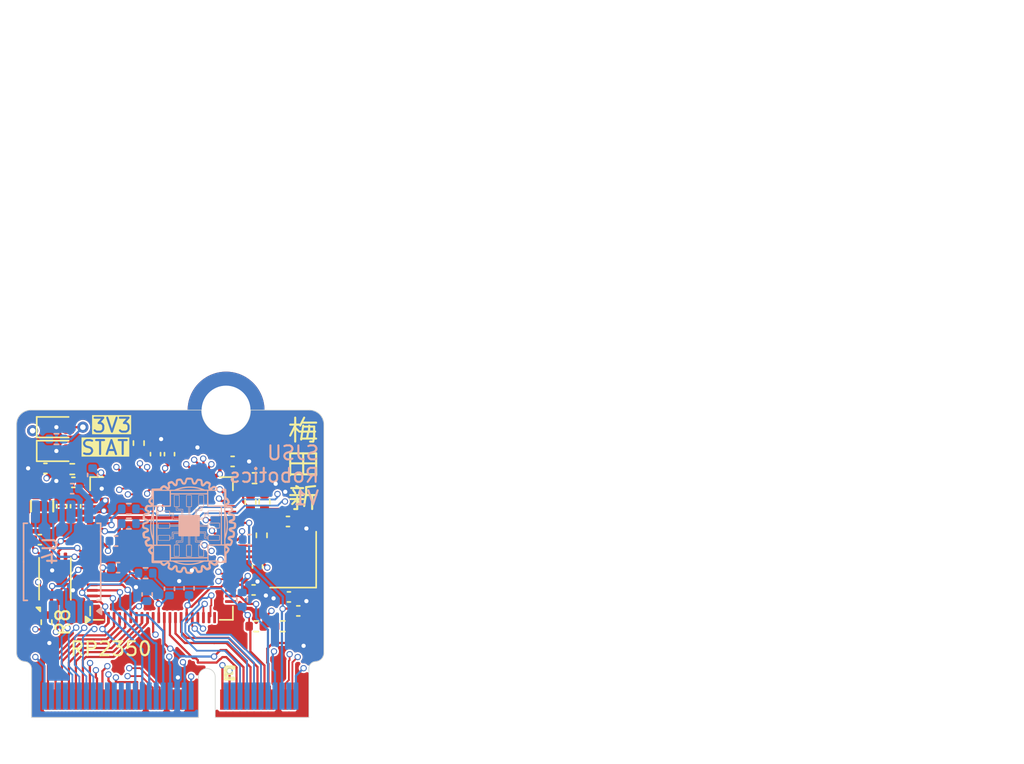
<source format=kicad_pcb>
(kicad_pcb (version 20241229) (generator "pcbnew") (generator_version "9.0")
  (layers (0 "F.Cu" signal "Top") (4 "In1.Cu" signal) (6 "In2.Cu" signal) (2 "B.Cu" signal "Bottom") (13 "F.Paste" user) (15 "B.Paste" user) (5 "F.SilkS" user "F.Silkscreen") (7 "B.SilkS" user "B.Silkscreen") (1 "F.Mask" user) (3 "B.Mask" user) (25 "Edge.Cuts" user))
  (net 0 "")
  (net 1 "GND")
  (net 2 "/SWCLK")
  (net 3 "/SWDIO")
  (net 4 "/G9")
  (net 5 "/G1")
  (net 8 "/G4")
  (net 9 "/A1")
  (net 10 "/G11")
  (net 12 "/G8")
  (net 13 "/G0")
  (net 14 "/G6")
  (net 15 "/G5")
  (net 17 "/PWM1")
  (net 19 "/G10")
  (net 20 "/A0")
  (net 21 "/PWM0")
  (net 22 "+3V3")
  (net 23 "/G7")
  (net 24 "+1V1")
  (net 25 "Net-(U2-VREG_AVDD)")
  (net 26 "/SD2")
  (net 27 "/SCLK")
  (net 28 "Net-(C5-Pad2)")
  (net 29 "/SD0")
  (net 30 "/SD1")
  (net 31 "/SD3")
  (net 32 "Net-(U2-XIN)")
  (net 33 "/~{RESET}")
  (net 34 "Net-(U2-VREG_LX)")
  (net 35 "/BOOT")
  (net 36 "/~{USB_BOOT}")
  (net 37 "Net-(U2-USB_DP)")
  (net 38 "/USB.D-")
  (net 39 "Net-(U2-USB_DM)")
  (net 40 "/USB.D+")
  (net 41 "Net-(U2-XOUT)")
  (net 42 "/G3")
  (net 45 "/G2")
  (net 48 "/I2C_INT")
  (net 51 "/CAN_RX")
  (net 54 "Net-(D1-A)")
  (net 55 "Net-(D2-A)")
  (net 56 "/UART_TX")
  (net 57 "/I2C1_SDA")
  (net 58 "/UART_RTS")
  (net 59 "/I2C_SDA")
  (net 60 "/I2C_SCL")
  (net 61 "/SPI_SCK")
  (net 62 "/UART_CTS")
  (net 63 "/I2C1_SCL")
  (net 64 "/CAN_TX")
  (net 65 "/UART_RX")
  (net 66 "/D1")
  (net 67 "/SPI_COPI")
  (net 68 "/D0")
  (net 69 "/SPI_CIPO")
  (net 70 "/~{SPI_CS}")
  (net 72 "/STAT")
  (net 73 "/QMI_AUX")
  (net 81 "/A4")
  (net 82 "/A3")
  (net 83 "/A5")
  (net 84 "/A2")
  (net 85 "/VUSB")
  (net 86 "/VBUS_DET")
  (net 88 "Net-(R12-Pad2)")
  (net 89 "/UART1_RX")
  (net 90 "/UART1_TX")
  (footprint "Package_SON:Winbond_USON-8-1EP_3x2mm_P0.5mm_EP0.2x1.6mm" (layer "F.Cu") (at 135 113.4 90)
    (property "Reference" "U1" (hide yes))
    (property "Value" "APS6404L-3SQR-ZR" (hide yes))
  )
  (footprint "Resistor_SMD:R_0402_1005Metric" (layer "F.Cu") (at 134.4 116.51 -90)
    (property "Reference" "R8")
    (property "Value" "10k")
  )
  (footprint "Capacitor_SMD:C_0402_1005Metric" (layer "F.Cu") (at 152.42 115.7)
    (property "Reference" "C19" (hide yes))
    (property "Value" "100n")
  )
  (footprint "LED_SMD:LED_0603_1608Metric" (layer "F.Cu") (at 135.180419 104.25)
    (property "Reference" "D2" (hide yes))
    (property "Value" "GREEN")
  )
  (footprint "Capacitor_SMD:C_0402_1005Metric" (layer "F.Cu") (at 151.7504 114.7)
    (property "Reference" "C6" (hide yes))
    (property "Value" "15pF")
  )
  (footprint "Capacitor_SMD:C_0402_1005Metric" (layer "F.Cu") (at 135.48 108.2104 90)
    (property "Reference" "C2" (hide yes))
    (property "Value" "4.7uF")
  )
  (footprint "Package_DFN_QFN:QFN-80-1EP_10x10mm_P0.4mm_EP3.4x3.4mm" (layer "F.Cu") (at 142.63 111.2304 90)
    (property "Reference" "U2" (hide yes))
    (property "Value" "RP2350B")
  )
  (footprint "SparkFun_MicroMod_ESP32:M.2-CARD-E-22" (layer "F.Cu") (at 143.25 123.325)
    (property "Reference" "J1" (hide yes))
    (property "Value" "MicroMod" (hide yes))
    (fp_line (start -11 -21) (end -11 -4.6) (stroke (width 0.0508)) (layer "Edge.Cuts"))
    (fp_line (start -9.925 0) (end -9.925 -3.5) (stroke (width 0.0508)) (layer "Edge.Cuts"))
    (fp_line (start 2.025 -2.9) (end 2.025 0) (stroke (width 0.0508)) (layer "Edge.Cuts"))
    (fp_line (start 2.025 0) (end -9.925 0) (stroke (width 0.0508)) (layer "Edge.Cuts"))
    (fp_line (start 2.25 -22) (end -10 -22) (stroke (width 0.0508)) (layer "Edge.Cuts"))
    (fp_line (start 3.225 -2.9) (end 3.225 0) (stroke (width 0.0508)) (layer "Edge.Cuts"))
    (fp_line (start 9.925 -3.5) (end 9.925 0) (stroke (width 0.0508)) (layer "Edge.Cuts"))
    (fp_line (start 9.925 0) (end 3.225 0) (stroke (width 0.0508)) (layer "Edge.Cuts"))
    (fp_line (start 10 -22) (end 5.75 -22) (stroke (width 0.0508)) (layer "Edge.Cuts"))
    (fp_line (start 11 -21) (end 11 -4.6) (stroke (width 0.05)) (layer "Edge.Cuts"))
    (fp_arc (start -11 -21) (mid -10.7 -21.7) (end -10 -22) (stroke (width 0.05)) (layer "Edge.Cuts"))
    (fp_arc (start -10.400001 -3.999999) (mid -10.819362 -4.180638) (end -11 -4.6) (stroke (width 0.05)) (layer "Edge.Cuts"))
    (fp_arc (start -10.4 -4) (mid -10.066759 -3.840954) (end -9.925 -3.5) (stroke (width 0.0508)) (layer "Edge.Cuts"))
    (fp_arc (start 2.025 -2.9) (mid 2.625 -3.5) (end 3.225 -2.9) (stroke (width 0.0508)) (layer "Edge.Cuts"))
    (fp_arc (start 5.75 -22) (mid 4 -20.25) (end 2.25 -22) (stroke (width 0.0508)) (layer "Edge.Cuts"))
    (fp_arc (start 9.925 -3.5) (mid 10.065344 -3.842298) (end 10.4 -4) (stroke (width 0.0508)) (layer "Edge.Cuts"))
    (fp_arc (start 10 -22) (mid 10.7 -21.7) (end 11 -21) (stroke (width 0.05)) (layer "Edge.Cuts"))
    (fp_arc (start 10.999999 -4.599999) (mid 10.819361 -4.180638) (end 10.4 -4) (stroke (width 0.05)) (layer "Edge.Cuts"))
  )
  (footprint "Resistor_SMD:R_0402_1005Metric" (layer "F.Cu") (at 151.31 116.8 180)
    (property "Reference" "R10" (hide yes))
    (property "Value" "10k")
  )
  (footprint "Resistor_SMD:R_0402_1005Metric" (layer "F.Cu") (at 149.41 116.8)
    (property "Reference" "R4" (hide yes))
    (property "Value" "10k")
  )
  (footprint "Capacitor_SMD:C_0402_1005Metric" (layer "F.Cu") (at 149.22 114.2)
    (property "Reference" "C11" (hide yes))
    (property "Value" "100nF")
  )
  (footprint "Capacitor_SMD:C_0402_1005Metric" (layer "F.Cu") (at 134.32 105.5 180)
    (property "Reference" "C3" (hide yes))
    (property "Value" "DNP")
  )
  (footprint "Resistor_SMD:R_0402_1005Metric" (layer "F.Cu") (at 150 107.89 -90)
    (property "Reference" "R14" (hide yes))
    (property "Value" "3.3k")
  )
  (footprint "Capacitor_SMD:C_0402_1005Metric" (layer "F.Cu") (at 147.72 105)
    (property "Reference" "C9" (hide yes))
    (property "Value" "100nF")
  )
  (footprint "Capacitor_SMD:C_0402_1005Metric" (layer "F.Cu") (at 151.68 109.3 180)
    (property "Reference" "C5" (hide yes))
    (property "Value" "15pF")
  )
  (footprint "Capacitor_SMD:C_0402_1005Metric" (layer "F.Cu") (at 143.2 104.48 90)
    (property "Reference" "C8" (hide yes))
    (property "Value" "100nF")
  )
  (footprint "Resistor_SMD:R_0402_1005Metric" (layer "F.Cu") (at 149.8 110.29 -90)
    (property "Reference" "R5" (hide yes))
    (property "Value" "1k")
  )
  (footprint "Resistor_SMD:R_0402_1005Metric" (layer "F.Cu") (at 149.29 106.2 180)
    (property "Reference" "R13" (hide yes))
    (property "Value" "10k")
  )
  (footprint "SparkFun_MicroMod_ESP32:L_0806_2016Metric" (layer "F.Cu") (at 134.08 108.2054 90)
    (property "Reference" "L2" (hide yes))
    (property "Value" "3.3uH")
  )
  (footprint "Crystal:Crystal_SMD_Abracon_ABM8AIG-4Pin_3.2x2.5mm" (layer "F.Cu") (at 152.05 112.0304 90)
    (property "Reference" "Y1" (hide yes))
    (property "Value" "12 MHz")
  )
  (footprint "Resistor_SMD:R_0402_1005Metric" (layer "F.Cu") (at 149 107.91 90)
    (property "Reference" "R12" (hide yes))
    (property "Value" "3.3k")
  )
  (footprint "Capacitor_SMD:C_0402_1005Metric" (layer "F.Cu") (at 133.92 110.6)
    (property "Reference" "C20" (hide yes))
    (property "Value" "100nF")
  )
  (footprint "Capacitor_SMD:C_0402_1005Metric" (layer "F.Cu") (at 136.48 108.2104 90)
    (property "Reference" "C1" (hide yes))
    (property "Value" "4.7uF")
  )
  (footprint "Capacitor_SMD:C_0402_1005Metric" (layer "F.Cu") (at 149.5 112.52 -90)
    (property "Reference" "C10" (hide yes))
    (property "Value" "100nF")
  )
  (footprint "Resistor_SMD:R_0402_1005Metric" (layer "F.Cu") (at 141 103.69 -90)
    (property "Reference" "R6" (hide yes))
    (property "Value" "249")
  )
  (footprint "Resistor_SMD:R_0402_1005Metric" (layer "F.Cu") (at 136.24 105.55)
    (property "Reference" "R11" (hide yes))
    (property "Value" "33")
  )
  (footprint "Capacitor_SMD:C_0402_1005Metric" (layer "F.Cu") (at 136.32 106.5 180)
    (property "Reference" "C4" (hide yes))
    (property "Value" "4.7uF")
  )
  (footprint "Capacitor_SMD:C_0402_1005Metric" (layer "F.Cu") (at 142.2 104.48 90)
    (property "Reference" "C12" (hide yes))
    (property "Value" "100nF")
  )
  (footprint "LED_SMD:LED_0603_1608Metric" (layer "F.Cu") (at 135.180419 102.55)
    (property "Reference" "D1" (hide yes))
    (property "Value" "RED")
  )
  (footprint "Package_SO:SOIC-8_5.3x5.3mm_P1.27mm" (layer "B.Cu") (at 135.515 112.1875 90)
    (property "Reference" "U4")
    (property "Value" "W25Q128JVS")
  )
  (footprint "Capacitor_SMD:C_0402_1005Metric" (layer "B.Cu") (at 144.6 114.08 90)
    (property "Reference" "C15" (hide yes))
    (property "Value" "100nF" (hide yes))
  )
  (footprint "Capacitor_SMD:C_0402_1005Metric" (layer "B.Cu") (at 141.6 114.52 90)
    (property "Reference" "C16" (hide yes))
    (property "Value" "100nF")
  )
  (footprint "Resistor_SMD:R_0402_1005Metric" (layer "B.Cu") (at 140.29 108.4 180)
    (property "Reference" "R3" (hide yes))
    (property "Value" "27")
  )
  (footprint "Capacitor_SMD:C_0402_1005Metric" (layer "B.Cu") (at 139.52 112.6)
    (property "Reference" "C22" (hide yes))
    (property "Value" "100nF")
  )
  (footprint "Resistor_SMD:R_0402_1005Metric" (layer "B.Cu") (at 140.29 109.45 180)
    (property "Reference" "R2" (hide yes))
    (property "Value" "27")
  )
  (footprint "Capacitor_SMD:C_0402_1005Metric" (layer "B.Cu") (at 148.92 110.6)
    (property "Reference" "C13" (hide yes))
    (property "Value" "100nF")
  )
  (footprint "Resistor_SMD:R_0402_1005Metric" (layer "B.Cu") (at 135.11 103.4 180)
    (property "Reference" "R7" (hide yes))
    (property "Value" "249")
  )
  (footprint "Capacitor_SMD:C_0402_1005Metric" (layer "B.Cu") (at 143.2 114.12 90)
    (property "Reference" "C14" (hide yes))
    (property "Value" "100nF" (hide yes))
  )
  (footprint "Capacitor_SMD:C_0402_1005Metric" (layer "B.Cu") (at 139.38 110.7)
    (property "Reference" "C17" (hide yes))
    (property "Value" "100nF")
  )
  (footprint "Capacitor_SMD:C_0402_1005Metric" (layer "B.Cu") (at 137.7 105.97 -90)
    (property "Reference" "C7" (hide yes))
    (property "Value" "100nF")
  )
  (footprint "Capacitor_SMD:C_0402_1005Metric" (layer "B.Cu") (at 136.23 106.95 180)
    (property "Reference" "C21" (hide yes))
    (property "Value" "100nF")
  )
  (footprint "Resistor_SMD:R_0402_1005Metric" (layer "B.Cu") (at 141.49 113 180)
    (property "Reference" "R1" (hide yes))
    (property "Value" "1k")
  )
  (footprint "Resistor_SMD:R_0402_1005Metric" (layer "B.Cu") (at 148.4 114.89 90)
    (property "Reference" "R9" (hide yes))
    (property "Value" "10k")
  )
  (footprint "LOGO" (layer "B.Cu") (at 144.6 109.6)
    (property "Reference" "G***" (hide yes))
    (property "Value" "LOGO" (hide yes))
  )
  (gr_text "RP2350" (at 136 119 0) (layer "F.SilkS") (effects (font (size 1 1)) (justify left bottom)))
  (gr_text "梅\n田\n新" (at 151.6 108.6 0) (layer "F.SilkS") (effects (font (size 1.5 1.5)) (justify left bottom)))
  (gr_text "3V3" (at 137.6 103 0) (layer "F.SilkS" knockout) (effects (font (size 1 1) (thickness 0.15) (bold yes)) (justify left bottom)))
  (gr_text "STAT" (at 136.8 104.6 0) (layer "F.SilkS" knockout) (effects (font (size 1 1) (thickness 0.15) (bold yes)) (justify left bottom)))
  (gr_text "SJSU\nRobotics\nV1" (at 154 108.2 0) (layer "B.SilkS") (effects (font (size 1 1)) (justify left bottom mirror)))
  (segment (start 135.2 106.5) (end 135.1 106.4) (width 0.127) (layer "F.Cu") (net 1))
  (segment (start 151.1304 113.1304) (end 151.1304 114.3304) (width 0.25) (layer "F.Cu") (net 1))
  (segment (start 135.4715 117.012459) (end 135.486266 117.027225) (width 0.127) (layer "F.Cu") (net 1))
  (segment (start 152.45 110.65) (end 152.7304 110.9304) (width 0.25) (layer "F.Cu") (net 1))
  (segment (start 135.75 116.25) (end 135.4715 116.5285) (width 0.127) (layer "F.Cu") (net 1))
  (segment (start 134.392919 104.25) (end 135.1 104.25) (width 0.25) (layer "F.Cu") (net 1))
  (segment (start 133.65 105.5) (end 133.84 105.5) (width 0.4) (layer "F.Cu") (net 1))
  (segment (start 151.02 114.3304) (end 151.1304 114.3304) (width 0.25) (layer "F.Cu") (net 1))
  (segment (start 133.078894 105.492103) (end 133.642103 105.492103) (width 0.4) (layer "F.Cu") (net 1))
  (segment (start 150.65 114.8) (end 150.65 114.7004) (width 0.25) (layer "F.Cu") (net 1))
  (segment (start 135.58 107.8304) (end 135.48 107.7304) (width 0.127) (layer "F.Cu") (net 1))
  (segment (start 134.392919 102.55) (end 135.103419 102.55) (width 0.25) (layer "F.Cu") (net 1))
  (segment (start 152.0304 109.5304) (end 152.45 109.95) (width 0.25) (layer "F.Cu") (net 1))
  (segment (start 135.4715 116.5285) (end 135.4715 117.012459) (width 0.127) (layer "F.Cu") (net 1))
  (segment (start 152.0304 109.4304) (end 152.0304 109.5304) (width 0.25) (layer "F.Cu") (net 1))
  (segment (start 152.9 115.1) (end 153 115) (width 0.16) (layer "F.Cu") (net 1))
  (segment (start 151.1304 114.3304) (end 151.4304 114.6304) (width 0.25) (layer "F.Cu") (net 1))
  (segment (start 152.45 109.95) (end 152.45 110.65) (width 0.25) (layer "F.Cu") (net 1))
  (segment (start 152.9 115.7) (end 152.9 115.1) (width 0.16) (layer "F.Cu") (net 1))
  (segment (start 133.642103 105.492103) (end 133.65 105.5) (width 0.4) (layer "F.Cu") (net 1))
  (segment (start 149.5 113) (end 149.5 113.6) (width 0.25) (layer "F.Cu") (net 1))
  (segment (start 150.65 114.7004) (end 151.02 114.3304) (width 0.25) (layer "F.Cu") (net 1))
  (segment (start 135.75 114.825) (end 135.75 116.25) (width 0.127) (layer "F.Cu") (net 1))
  (segment (start 137.68 107.8304) (end 135.58 107.8304) (width 0.127) (layer "F.Cu") (net 1))
  (segment (start 135.84 106.5) (end 135.2 106.5) (width 0.127) (layer "F.Cu") (net 1))
  (segment (start 134.866685 118) (end 134.6 118) (width 0.127) (layer "F.Cu") (net 1))
  (segment (start 135.486266 117.027225) (end 135.486266 117.380419) (width 0.127) (layer "F.Cu") (net 1))
  (segment (start 135.1 104.25) (end 135.103419 104.253419) (width 0.25) (layer "F.Cu") (net 1))
  (segment (start 149.7 114.2) (end 150.1 114.6) (width 0.25) (layer "F.Cu") (net 1))
  (segment (start 135.486266 117.380419) (end 134.866685 118) (width 0.127) (layer "F.Cu") (net 1))
  (via (at 151.486912 107.175652) (size 0.45) (drill 0.3) (layers "F.Cu" "B.Cu") (net 1))
  (via (at 138.35 106.95) (size 0.45) (drill 0.3) (layers "F.Cu" "B.Cu") (net 1))
  (via (at 143.803028 120.467788) (size 0.45) (drill 0.3) (layers "F.Cu" "B.Cu") (net 1))
  (via (at 144.8 112.8) (size 0.45) (drill 0.3) (layers "F.Cu" "B.Cu") (net 1))
  (via (at 150.1 114.6) (size 0.45) (drill 0.3) (layers "F.Cu" "B.Cu") (net 1))
  (via (at 140.8 114) (size 0.45) (drill 0.3) (layers "F.Cu" "B.Cu") (net 1))
  (via (at 152.8 118.2) (size 0.45) (drill 0.3) (layers "F.Cu" "B.Cu") (net 1))
  (via (at 145.2 104) (size 0.45) (drill 0.3) (layers "F.Cu" "B.Cu") (net 1))
  (via (at 148.9 105) (size 0.45) (drill 0.3) (layers "F.Cu" "B.Cu") (net 1))
  (via (at 150.8 106.6) (size 0.45) (drill 0.3) (layers "F.Cu" "B.Cu") (net 1))
  (via (at 153 115) (size 0.45) (drill 0.3) (layers "F.Cu" "B.Cu") (net 1))
  (via (at 134.6 118) (size 0.45) (drill 0.3) (layers "F.Cu" "B.Cu") (net 1))
  (via (at 135.1 106.4) (size 0.45) (drill 0.3) (layers "F.Cu" "B.Cu") (net 1))
  (via (at 134.8 112.8) (size 0.45) (drill 0.3) (layers "F.Cu" "B.Cu") (net 1))
  (via (at 136.288669 114.225158) (size 0.45) (drill 0.3) (layers "F.Cu" "B.Cu") (net 1))
  (via (at 135.103419 102.55) (size 0.45) (drill 0.3) (layers "F.Cu" "B.Cu") (net 1))
  (via (at 153 109.8) (size 0.45) (drill 0.3) (layers "F.Cu" "B.Cu") (net 1))
  (via (at 150.65 114.8) (size 0.45) (drill 0.3) (layers "F.Cu" "B.Cu") (net 1))
  (via (at 149.5 113.6) (size 0.45) (drill 0.3) (layers "F.Cu" "B.Cu") (net 1))
  (via (at 133.078894 105.492103) (size 0.45) (drill 0.3) (layers "F.Cu" "B.Cu") (net 1))
  (via (at 135.103419 104.253419) (size 0.45) (drill 0.3) (layers "F.Cu" "B.Cu") (net 1))
  (via (at 142.6 103.4) (size 0.45) (drill 0.3) (layers "F.Cu" "B.Cu") (net 1))
  (via (at 143.894686 113.564246) (size 0.45) (drill 0.3) (layers "F.Cu" "B.Cu") (net 1))
  (segment (start 138.35 106.55) (end 138.25 106.45) (width 0.16) (layer "B.Cu") (net 1))
  (segment (start 139.86 110.7) (end 140.5 110.7) (width 0.127) (layer "B.Cu") (net 1))
  (segment (start 138.25 106.45) (end 137.7 106.45) (width 0.16) (layer "B.Cu") (net 1))
  (segment (start 138.35 106.95) (end 138.35 106.55) (width 0.16) (layer "B.Cu") (net 1))
  (segment (start 146.449196 110.171377) (end 146.771377 110.171377) (width 0.16) (layer "F.Cu") (net 2))
  (segment (start 147.5 120.005) (end 147.495 120) (width 0.16) (layer "F.Cu") (net 2))
  (segment (start 146.771377 110.171377) (end 146.8244 110.2244) (width 0.16) (layer "F.Cu") (net 2))
  (segment (start 147.5 122.05) (end 147.5 120.005) (width 0.16) (layer "F.Cu") (net 2))
  (segment (start 146.8244 110.2244) (end 147.58 110.2244) (width 0.16) (layer "F.Cu") (net 2))
  (segment (start 146.241953 109.964134) (end 146.449196 110.171377) (width 0.16) (layer "F.Cu") (net 2))
  (via (at 146.241953 109.964134) (size 0.45) (drill 0.3) (layers "F.Cu" "B.Cu") (net 2))
  (via (at 147.495 120) (size 0.45) (drill 0.3) (layers "F.Cu" "B.Cu") (net 2))
  (segment (start 147.58 109.8304) (end 147.0304 109.8304) (width 0.16) (layer "F.Cu") (net 3))
  (segment (start 146.4 109.2) (end 145.8 109.2) (width 0.16) (layer "F.Cu") (net 3))
  (segment (start 147 122.05) (end 146.989 122.039) (width 0.16) (layer "F.Cu") (net 3))
  (segment (start 147.0304 109.8304) (end 146.4 109.2) (width 0.16) (layer "F.Cu") (net 3))
  (segment (start 146.989 119.591892) (end 146.989432 119.59146) (width 0.16) (layer "F.Cu") (net 3))
  (segment (start 146.989 122.039) (end 146.989 119.591892) (width 0.16) (layer "F.Cu") (net 3))
  (via (at 145.8 109.2) (size 0.45) (drill 0.3) (layers "F.Cu" "B.Cu") (net 3))
  (via (at 146.989432 119.59146) (size 0.45) (drill 0.3) (layers "F.Cu" "B.Cu") (net 3))
  (segment (start 141.23 116.57) (end 141.118001 116.681999) (width 0.16) (layer "F.Cu") (net 4))
  (segment (start 136.5 119.307294) (end 136.5 122.05) (width 0.16) (layer "F.Cu") (net 4))
  (segment (start 139.158587 118.648707) (end 139.151294 118.648706) (width 0.16) (layer "F.Cu") (net 4))
  (segment (start 141.118 116.689294) (end 139.158587 118.648707) (width 0.16) (layer "F.Cu") (net 4))
  (segment (start 141.23 116.1804) (end 141.23 116.57) (width 0.16) (layer "F.Cu") (net 4))
  (segment (start 139.151143 118.648857) (end 137.158437 118.648857) (width 0.16) (layer "F.Cu") (net 4))
  (segment (start 141.118001 116.681999) (end 141.118 116.689294) (width 0.16) (layer "F.Cu") (net 4))
  (segment (start 137.158437 118.648857) (end 136.5 119.307294) (width 0.16) (layer "F.Cu") (net 4))
  (segment (start 139.151294 118.648706) (end 139.151143 118.648857) (width 0.16) (layer "F.Cu") (net 4))
  (segment (start 139.516222 114.2304) (end 139.654009 114.368187) (width 0.16) (layer "F.Cu") (net 5))
  (segment (start 137.68 114.2304) (end 139.516222 114.2304) (width 0.16) (layer "F.Cu") (net 5))
  (via (at 139.654009 114.368187) (size 0.45) (drill 0.3) (layers "F.Cu" "B.Cu") (net 5))
  (segment (start 141.2 117.115593) (end 142.084407 118) (width 0.16) (layer "B.Cu") (net 5))
  (segment (start 139.654009 114.368187) (end 139.654009 115.364541) (width 0.16) (layer "B.Cu") (net 5))
  (segment (start 140.650469 116.450469) (end 141.2 117) (width 0.16) (layer "B.Cu") (net 5))
  (segment (start 142.084407 118) (end 142.2 118) (width 0.16) (layer "B.Cu") (net 5))
  (segment (start 140.650469 116.361) (end 140.650469 116.450469) (width 0.16) (layer "B.Cu") (net 5))
  (segment (start 142.2 118) (end 142.25 118.05) (width 0.16) (layer "B.Cu") (net 5))
  (segment (start 141.2 117) (end 141.2 117.115593) (width 0.16) (layer "B.Cu") (net 5))
  (segment (start 139.654009 115.364541) (end 140.650469 116.361) (width 0.16) (layer "B.Cu") (net 5))
  (segment (start 142.25 118.05) (end 142.25 121.8) (width 0.16) (layer "B.Cu") (net 5))
  (segment (start 138.83 116.57) (end 138.4 117) (width 0.16) (layer "F.Cu") (net 8))
  (segment (start 138.83 116.1804) (end 138.83 116.57) (width 0.16) (layer "F.Cu") (net 8))
  (via (at 138.4 117) (size 0.45) (drill 0.3) (layers "F.Cu" "B.Cu") (net 8))
  (segment (start 138.4 117) (end 140.75 119.35) (width 0.16) (layer "B.Cu") (net 8))
  (segment (start 140.75 119.35) (end 140.75 121.8) (width 0.16) (layer "B.Cu") (net 8))
  (segment (start 141.6 107.305825) (end 141.6 107.2) (width 0.16) (layer "F.Cu") (net 9))
  (segment (start 141.6 107.2) (end 142.03 106.77) (width 0.16) (layer "F.Cu") (net 9))
  (segment (start 142.03 106.77) (end 142.03 106.2804) (width 0.16) (layer "F.Cu") (net 9))
  (via (at 141.6 107.305825) (size 0.45) (drill 0.3) (layers "F.Cu" "B.Cu") (net 9))
  (via (at 143.182 118.972366) (size 0.45) (drill 0.3) (layers "F.Cu" "B.Cu") (net 9))
  (via (at 145.705 111) (size 0.45) (drill 0.3) (layers "F.Cu" "B.Cu") (net 9))
  (segment (start 143.25 119.55) (end 143.25 121.8) (width 0.16) (layer "B.Cu") (net 9))
  (segment (start 143.182 118.972366) (end 143.182 119.482) (width 0.16) (layer "B.Cu") (net 9))
  (segment (start 143.182 119.482) (end 143.25 119.55) (width 0.16) (layer "B.Cu") (net 9))
  (segment (start 142.03 117.23) (end 142.2 117.4) (width 0.16) (layer "F.Cu") (net 10))
  (segment (start 142.03 116.1804) (end 142.03 117.23) (width 0.16) (layer "F.Cu") (net 10))
  (via (at 142.2 117.4) (size 0.45) (drill 0.3) (layers "F.Cu" "B.Cu") (net 10))
  (via (at 150.682 118.6) (size 0.45) (drill 0.3) (layers "F.Cu" "B.Cu") (net 10))
  (segment (start 150.6 119.9) (end 150.75 120.05) (width 0.16) (layer "B.Cu") (net 10))
  (segment (start 150.75 120.05) (end 150.75 121.8) (width 0.16) (layer "B.Cu") (net 10))
  (segment (start 150.682 118.6) (end 150.6 118.682) (width 0.16) (layer "B.Cu") (net 10))
  (segment (start 150.6 118.682) (end 150.6 119.9) (width 0.16) (layer "B.Cu") (net 10))
  (segment (start 139.039294 118.360706) (end 137.039294 118.360706) (width 0.16) (layer "F.Cu") (net 12))
  (segment (start 140.83 116.57) (end 139.039294 118.360706) (width 0.16) (layer "F.Cu") (net 12))
  (segment (start 136 119.4) (end 136 122.05) (width 0.16) (layer "F.Cu") (net 12))
  (segment (start 140.83 116.1804) (end 140.83 116.57) (width 0.16) (layer "F.Cu") (net 12))
  (segment (start 137.039294 118.360706) (end 136 119.4) (width 0.16) (layer "F.Cu") (net 12))
  (segment (start 140.205442 114.198324) (end 139.837518 113.8304) (width 0.16) (layer "F.Cu") (net 13))
  (segment (start 139.837518 113.8304) (end 137.68 113.8304) (width 0.16) (layer "F.Cu") (net 13))
  (via (at 140.205442 114.198324) (size 0.45) (drill 0.3) (layers "F.Cu" "B.Cu") (net 13))
  (segment (start 142.75 117.15) (end 142.75 121.8) (width 0.16) (layer "B.Cu") (net 13))
  (segment (start 140.205442 114.205442) (end 140.4 114.4) (width 0.16) (layer "B.Cu") (net 13))
  (segment (start 140.4 115.6) (end 140.8 116) (width 0.16) (layer "B.Cu") (net 13))
  (segment (start 140.205442 114.198324) (end 140.205442 114.205442) (width 0.16) (layer "B.Cu") (net 13))
  (segment (start 140.8 116) (end 141.6 116) (width 0.16) (layer "B.Cu") (net 13))
  (segment (start 141.6 116) (end 142.75 117.15) (width 0.16) (layer "B.Cu") (net 13))
  (segment (start 140.4 114.4) (end 140.4 115.6) (width 0.16) (layer "B.Cu") (net 13))
  (segment (start 138.705676 117.737895) (end 136.669399 117.737895) (width 0.16) (layer "F.Cu") (net 14))
  (segment (start 138.855405 117.6) (end 138.843571 117.6) (width 0.16) (layer "F.Cu") (net 14))
  (segment (start 135.044 122.006) (end 135 122.05) (width 0.16) (layer "F.Cu") (net 14))
  (segment (start 138.843571 117.6) (end 138.705676 117.737895) (width 0.16) (layer "F.Cu") (net 14))
  (segment (start 139.63 116.1804) (end 139.63 116.825405) (width 0.16) (layer "F.Cu") (net 14))
  (segment (start 136.669399 117.737895) (end 135.044 119.363294) (width 0.16) (layer "F.Cu") (net 14))
  (segment (start 139.63 116.825405) (end 138.855405 117.6) (width 0.16) (layer "F.Cu") (net 14))
  (segment (start 135.044 119.363294) (end 135.044 122.006) (width 0.16) (layer "F.Cu") (net 14))
  (segment (start 139.23 116.806277) (end 138.586383 117.449894) (width 0.16) (layer "F.Cu") (net 15))
  (segment (start 138.586383 117.449894) (end 136.550106 117.449894) (width 0.16) (layer "F.Cu") (net 15))
  (segment (start 136.550106 117.449894) (end 134.5 119.5) (width 0.16) (layer "F.Cu") (net 15))
  (segment (start 139.23 116.1804) (end 139.23 116.806277) (width 0.16) (layer "F.Cu") (net 15))
  (segment (start 134.5 119.5) (end 134.5 122.05) (width 0.16) (layer "F.Cu") (net 15))
  (segment (start 140.883 121.555998) (end 141 121.672998) (width 0.16) (layer "F.Cu") (net 17))
  (segment (start 141 121.672998) (end 141 122.05) (width 0.16) (layer "F.Cu") (net 17))
  (segment (start 147.2304 107.4304) (end 146.8 107) (width 0.16) (layer "F.Cu") (net 17))
  (segment (start 139.364787 120.468514) (end 139.364787 120.8) (width 0.16) (layer "F.Cu") (net 17))
  (segment (start 147.58 107.4304) (end 147.2304 107.4304) (width 0.16) (layer "F.Cu") (net 17))
  (segment (start 139.364787 120.8) (end 140.883 120.8) (width 0.16) (layer "F.Cu") (net 17))
  (segment (start 140.883 120.8) (end 140.883 121.555998) (width 0.16) (layer "F.Cu") (net 17))
  (via (at 146.8 107) (size 0.45) (drill 0.3) (layers "F.Cu" "B.Cu") (net 17))
  (via (at 139.364787 120.468514) (size 0.45) (drill 0.3) (layers "F.Cu" "B.Cu") (net 17))
  (segment (start 139.270587 118.936707) (end 139.270436 118.936858) (width 0.16) (layer "F.Cu") (net 19))
  (segment (start 139.270436 118.936858) (end 139.263143 118.936857) (width 0.16) (layer "F.Cu") (net 19))
  (segment (start 141.63 116.57) (end 141.518001 116.681999) (width 0.16) (layer "F.Cu") (net 19))
  (segment (start 141.406001 116.801293) (end 141.406001 116.808588) (width 0.16) (layer "F.Cu") (net 19))
  (segment (start 137.214588 119) (end 137 119.214588) (width 0.16) (layer "F.Cu") (net 19))
  (segment (start 137 119.214588) (end 137 122.05) (width 0.16) (layer "F.Cu") (net 19))
  (segment (start 139.27788 118.936708) (end 139.270587 118.936707) (width 0.16) (layer "F.Cu") (net 19))
  (segment (start 139.2 119) (end 137.214588 119) (width 0.16) (layer "F.Cu") (net 19))
  (segment (start 141.518 116.689294) (end 141.406001 116.801293) (width 0.16) (layer "F.Cu") (net 19))
  (segment (start 141.63 116.1804) (end 141.63 116.57) (width 0.16) (layer "F.Cu") (net 19))
  (segment (start 141.518001 116.681999) (end 141.518 116.689294) (width 0.16) (layer "F.Cu") (net 19))
  (segment (start 139.263143 118.936857) (end 139.2 119) (width 0.16) (layer "F.Cu") (net 19))
  (segment (start 141.406001 116.808588) (end 139.27788 118.936708) (width 0.16) (layer "F.Cu") (net 19))
  (segment (start 143.23 106.2804) (end 143.23 107.673646) (width 0.16) (layer "F.Cu") (net 20))
  (segment (start 143.23 107.673646) (end 142.522687 108.380959) (width 0.16) (layer "F.Cu") (net 20))
  (via (at 142.522687 108.380959) (size 0.45) (drill 0.3) (layers "F.Cu" "B.Cu") (net 20))
  (via (at 144.163377 119.371181) (size 0.45) (drill 0.3) (layers "F.Cu" "B.Cu") (net 20))
  (via (at 146.210568 111.40854) (size 0.45) (drill 0.3) (layers "F.Cu" "B.Cu") (net 20))
  (segment (start 144.283772 121.766228) (end 144.283772 119.491576) (width 0.16) (layer "B.Cu") (net 20))
  (segment (start 144.25 121.8) (end 144.283772 121.766228) (width 0.16) (layer "B.Cu") (net 20))
  (segment (start 144.283772 119.491576) (end 144.163377 119.371181) (width 0.16) (layer "B.Cu") (net 20))
  (segment (start 147.58 107.8304) (end 146.916222 107.8304) (width 0.16) (layer "F.Cu") (net 21))
  (segment (start 146.916222 107.8304) (end 146.742911 107.657089) (width 0.16) (layer "F.Cu") (net 21))
  (via (at 144.75 120.4) (size 0.45) (drill 0.3) (layers "F.Cu" "B.Cu") (net 21))
  (via (at 146.742911 107.657089) (size 0.45) (drill 0.3) (layers "F.Cu" "B.Cu") (net 21))
  (via (at 146.851195 112.043096) (size 0.45) (drill 0.3) (layers "F.Cu" "B.Cu") (net 21))
  (segment (start 144.75 120.4) (end 144.75 121.8) (width 0.16) (layer "B.Cu") (net 21))
  (segment (start 146.8052 105.9052) (end 146.6948 105.9052) (width 0.25) (layer "F.Cu") (net 22))
  (segment (start 147.58 113.8304) (end 148.3704 113.8304) (width 0.16) (layer "F.Cu") (net 22))
  (segment (start 137.68 110.6304) (end 138.2304 110.6304) (width 0.16) (layer "F.Cu") (net 22))
  (segment (start 138.504999 112.67719) (end 138.504999 113.074891) (width 0.16) (layer "F.Cu") (net 22))
  (segment (start 140.43 115.71091) (end 140.768452 115.372458) (width 0.16) (layer "F.Cu") (net 22))
  (segment (start 134.8 105.5) (end 135.8 105.5) (width 0.4) (layer "F.Cu") (net 22))
  (segment (start 147.58 111.8304) (end 149.2904 111.8304) (width 0.2) (layer "F.Cu") (net 22))
  (segment (start 142.884632 105.484632) (end 143.2 105.169264) (width 0.16) (layer "F.Cu") (net 22))
  (segment (start 142.83 106.2804) (end 142.83 105.539264) (width 0.16) (layer "F.Cu") (net 22))
  (segment (start 148.3704 113.8304) (end 148.74 114.2) (width 0.16) (layer "F.Cu") (net 22))
  (segment (start 133.44 111.24) (end 133.6 111.4) (width 0.16) (layer "F.Cu") (net 22))
  (segment (start 148.7 114.021154) (end 148.74 114.061154) (width 0.25) (layer "F.Cu") (net 22))
  (segment (start 144.495 115.303584) (end 144.591416 115.4) (width 0.16) (layer "F.Cu") (net 22))
  (segment (start 146.180508 114) (end 146.521645 114) (width 0.16) (layer "F.Cu") (net 22))
  (segment (start 140.768452 115.372458) (end 141.008289 115.372458) (width 0.16) (layer "F.Cu") (net 22))
  (segment (start 148.3704 113.8304) (end 148.8 113.4008) (width 0.16) (layer "F.Cu") (net 22))
  (segment (start 133.6 111.4) (end 133.675 111.4) (width 0.16) (layer "F.Cu") (net 22))
  (segment (start 146.881355 114.001) (end 147.051955 113.8304) (width 0.16) (layer "F.Cu") (net 22))
  (segment (start 137.68 108.6304) (end 136.54 108.6304) (width 0.127) (layer "F.Cu") (net 22))
  (segment (start 142.83 105.539264) (end 142.884632 105.484632) (width 0.16) (layer "F.Cu") (net 22))
  (segment (start 149.64 112.04) (end 150.2 112.6) (width 0.2) (layer "F.Cu") (net 22))
  (segment (start 144.495 115.303584) (end 144.495 115.365) (width 0.16) (layer "F.Cu") (net 22))
  (segment (start 134.4 117.02) (end 133.6075 117.02) (width 0.16) (layer "F.Cu") (net 22))
  (segment (start 148.8 113.4008) (end 148.8 113.2) (width 0.16) (layer "F.Cu") (net 22))
  (segment (start 146.521645 114) (end 146.522645 114.001) (width 0.16) (layer "F.Cu") (net 22))
  (segment (start 144.43 115.43) (end 144.43 116.1804) (width 0.16) (layer "F.Cu") (net 22))
  (segment (start 140.43 116.1804) (end 140.43 115.71091) (width 0.16) (layer "F.Cu") (net 22))
  (segment (start 136.54 108.6304) (end 136.48 108.6904) (width 0.127) (layer "F.Cu") (net 22))
  (segment (start 149.92 116.8) (end 149.92 116.28) (width 0.16) (layer "F.Cu") (net 22))
  (segment (start 139.23 106.2804) (end 138.7804 106.2804) (width 0.16) (layer "F.Cu") (net 22))
  (segment (start 146.456 106.144) (end 146.456 106.2804) (width 0.25) (layer "F.Cu") (net 22))
  (segment (start 144.780508 115.4) (end 146.180508 114) (width 0.16) (layer "F.Cu") (net 22))
  (segment (start 146.8052 105.9052) (end 146.8052 105.4348) (width 0.25) (layer "F.Cu") (net 22))
  (segment (start 144.495 115.365) (end 144.43 115.43) (width 0.16) (layer "F.Cu") (net 22))
  (segment (start 149.5 112.04) (end 149.64 112.04) (width 0.2) (layer "F.Cu") (net 22))
  (segment (start 149.92 116.28) (end 150.5 115.7) (width 0.16) (layer "F.Cu") (net 22))
  (segment (start 138.8 111.2) (end 138.8 111.4) (width 0.16) (layer "F.Cu") (net 22))
  (segment (start 134.8 105.8) (end 134.4 106.2) (width 0.4) (layer "F.Cu") (net 22))
  (segment (start 143.2 105.169264) (end 143.2 104.96) (width 0.16) (layer "F.Cu") (net 22))
  (segment (start 146.522645 114.001) (end 146.881355 114.001) (width 0.16) (layer "F.Cu") (net 22))
  (segment (start 144.591416 115.4) (end 144.780508 115.4) (width 0.16) (layer "F.Cu") (net 22))
  (segment (start 138.14949 113.4304) (end 137.68 113.4304) (width 0.16) (layer "F.Cu") (net 22))
  (segment (start 138.504999 113.074891) (end 138.14949 113.4304) (width 0.16) (layer "F.Cu") (net 22))
  (segment (start 149.92 116.8) (end 150.8 116.8) (width 0.16) (layer "F.Cu") (net 22))
  (segment (start 138.2304 110.6304) (end 138.8 111.2) (width 0.16) (layer "F.Cu") (net 22))
  (segment (start 147.051955 113.8304) (end 147.58 113.8304) (width 0.16) (layer "F.Cu") (net 22))
  (segment (start 134.8 105.5) (end 134.8 105.8) (width 0.4) (layer "F.Cu") (net 22))
  (segment (start 133.44 110.6) (end 133.44 111.24) (width 0.16) (layer "F.Cu") (net 22))
  (segment (start 138.7804 106.2804) (end 138.3 105.8) (width 0.16) (layer "F.Cu") (net 22))
  (segment (start 133.675 111.4) (end 134.25 111.975) (width 0.16) (layer "F.Cu") (net 22))
  (segment (start 138.432 112.604191) (end 138.504999 112.67719) (width 0.16) (layer "F.Cu") (net 22))
  (segment (start 137.68 110.2304) (end 137.68 110.6304) (width 0.16) (layer "F.Cu") (net 22))
  (segment (start 146.6948 105.9052) (end 146.456 106.144) (width 0.25) (layer "F.Cu") (net 22))
  (segment (start 146.8052 105.4348) (end 147.24 105) (width 0.25) (layer "F.Cu") (net 22))
  (segment (start 149.2904 111.8304) (end 149.5 112.04) (width 0.2) (layer "F.Cu") (net 22))
  (segment (start 133.6075 117.02) (end 133.6 117.0125) (width 0.16) (layer "F.Cu") (net 22))
  (segment (start 148.74 114.061154) (end 148.74 114.2) (width 0.25) (layer "F.Cu") (net 22))
  (via (at 133.6 119) (size 0.45) (drill 0.3) (layers "F.Cu" "B.Cu") (net 22))
  (via (at 150.2 112.6) (size 0.45) (drill 0.3) (layers "F.Cu" "B.Cu") (net 22))
  (via (at 152.8 119.8) (size 0.45) (drill 0.3) (layers "F.Cu" "B.Cu") (net 22))
  (via (at 138.6 107.8) (size 0.45) (drill 0.3) (layers "F.Cu" "B.Cu") (net 22))
  (via (at 148.8 113.2) (size 0.45) (drill 0.3) (layers "F.Cu" "B.Cu") (net 22))
  (via (at 150.5 115.7) (size 0.45) (drill 0.3) (layers "F.Cu" "B.Cu") (net 22))
  (via (at 138.3 105.8) (size 0.45) (drill 0.3) (layers "F.Cu" "B.Cu") (net 22))
  (via (at 142.884632 105.484632) (size 0.45) (drill 0.3) (layers "F.Cu" "B.Cu") (net 22))
  (via (at 138.49896 108.527234) (size 0.45) (drill 0.3) (layers "F.Cu" "B.Cu") (net 22))
  (via (at 138.432 112.604191) (size 0.45) (drill 0.3) (layers "F.Cu" "B.Cu") (net 22))
  (via (at 146.8052 105.9052) (size 0.45) (drill 0.3) (layers "F.Cu" "B.Cu") (net 22))
  (via (at 133.6 117.0125) (size 0.45) (drill 0.3) (layers "F.Cu" "B.Cu") (net 22))
  (via (at 133.4 102.8) (size 0.8) (drill 0.4) (layers "F.Cu" "B.Cu") (net 22))
  (via (at 134.4 106.2) (size 0.45) (drill 0.3) (layers "F.Cu" "B.Cu") (net 22))
  (via (at 141.008289 115.372458) (size 0.45) (drill 0.3) (layers "F.Cu" "B.Cu") (net 22))
  (via (at 133.6 111.4) (size 0.45) (drill 0.3) (layers "F.Cu" "B.Cu") (net 22))
  (via (at 138.8 111.4) (size 0.45) (drill 0.3) (layers "F.Cu" "B.Cu") (net 22))
  (via (at 144.495 115.303584) (size 0.45) (drill 0.3) (layers "F.Cu" "B.Cu") (net 22))
  (segment (start 148.4 114.38) (end 148.4 113.6) (width 0.16) (layer "B.Cu") (net 22))
  (segment (start 137.42 108.6) (end 137.8 108.6) (width 0.4) (layer "B.Cu") (net 22))
  (segment (start 152.25 121.8) (end 152.25 120.35) (width 0.16) (layer "B.Cu") (net 22))
  (segment (start 144.496416 115.303584) (end 144.6 115.2) (width 0.16) (layer "B.Cu") (net 22))
  (segment (start 141.380747 115) (end 141.008289 115.372458) (width 0.16) (layer "B.Cu") (net 22))
  (segment (start 138.876828 112.604191) (end 138.432 112.604191) (width 0.16) (layer "B.Cu") (net 22))
  (segment (start 138.01 105.8) (end 137.7 105.49) (width 0.25) (layer "B.Cu") (net 22))
  (segment (start 134.25 119.65) (end 133.6 119) (width 0.16) (layer "B.Cu") (net 22))
  (segment (start 144.495 115.303584) (end 144.496416 115.303584) (width 0.16) (layer "B.Cu") (net 22))
  (segment (start 134.6 103.4) (end 134 103.4) (width 0.16) (layer "B.Cu") (net 22))
  (segment (start 138.9 111.3) (end 138.9 110.7) (width 0.16) (layer "B.Cu") (net 22))
  (segment (start 137.8 108.6) (end 138.6 107.8) (width 0.4) (layer "B.Cu") (net 22))
  (segment (start 134 103.4) (end 133.4 102.8) (width 0.16) (layer "B.Cu") (net 22))
  (segment (start 144.6 115.2) (end 144.6 114.56) (width 0.16) (layer "B.Cu") (net 22))
  (segment (start 148.4 113.6) (end 148.8 113.2) (width 0.16) (layer "B.Cu") (net 22))
  (segment (start 136.71 106.95) (end 137.42 107.66) (width 0.4) (layer "B.Cu") (net 22))
  (segment (start 138.3 105.8) (end 138.01 105.8) (width 0.25) (layer "B.Cu") (net 22))
  (segment (start 134.25 121.8) (end 134.25 119.65) (width 0.16) (layer "B.Cu") (net 22))
  (segment (start 152.25 120.35) (end 152.8 119.8) (width 0.16) (layer "B.Cu") (net 22))
  (segment (start 137.42 107.66) (end 137.42 108.6) (width 0.4) (layer "B.Cu") (net 22))
  (segment (start 138.8 111.4) (end 138.9 111.3) (width 0.16) (layer "B.Cu") (net 22))
  (segment (start 141.6 115) (end 141.380747 115) (width 0.16) (layer "B.Cu") (net 22))
  (segment (start 138.912637 112.64) (end 138.876828 112.604191) (width 0.16) (layer "B.Cu") (net 22))
  (segment (start 140.03 116.859609) (end 138.849798 118.039811) (width 0.16) (layer "F.Cu") (net 23))
  (segment (start 135.5 119.314588) (end 135.5 122.05) (width 0.16) (layer "F.Cu") (net 23))
  (segment (start 140.03 116.1804) (end 140.03 116.859609) (width 0.16) (layer "F.Cu") (net 23))
  (segment (start 136.774777 118.039811) (end 135.5 119.314588) (width 0.16) (layer "F.Cu") (net 23))
  (segment (start 138.849798 118.039811) (end 136.774777 118.039811) (width 0.16) (layer "F.Cu") (net 23))
  (segment (start 139.8376 112.4) (end 139.6 112.4) (width 0.16) (layer "F.Cu") (net 24))
  (segment (start 148.395 110.28489) (end 148.395 110) (width 0.16) (layer "F.Cu") (net 24))
  (segment (start 142.43 107.758053) (end 142 108.188053) (width 0.16) (layer "F.Cu") (net 24))
  (segment (start 147.58 110.6304) (end 148.04949 110.6304) (width 0.16) (layer "F.Cu") (net 24))
  (segment (start 142.43 106.2804) (end 142.43 107.758053) (width 0.16) (layer "F.Cu") (net 24))
  (segment (start 147.58 110.6304) (end 146.1304 110.6304) (width 0.16) (layer "F.Cu") (net 24))
  (segment (start 144.5304 109.0304) (end 142 109.0304) (width 0.25) (layer "F.Cu") (net 24))
  (segment (start 142.43 115.2) (end 142.43 114.9924) (width 0.16) (layer "F.Cu") (net 24))
  (segment (start 142.43 116.1804) (end 142.43 115.2) (width 0.16) (layer "F.Cu") (net 24))
  (segment (start 137.68 109.0304) (end 139.5 109.0304) (width 0.16) (layer "F.Cu") (net 24))
  (segment (start 142 108.188053) (end 142 109.0304) (width 0.16) (layer "F.Cu") (net 24))
  (segment (start 148.04949 110.6304) (end 148.395 110.28489) (width 0.16) (layer "F.Cu") (net 24))
  (segment (start 139.6 112.4) (end 139.6 109.0304) (width 0.25) (layer "F.Cu") (net 24))
  (segment (start 139.6 109.0304) (end 139.5 109.0304) (width 0.25) (layer "F.Cu") (net 24))
  (segment (start 142.43 105.19) (end 142.2 104.96) (width 0.16) (layer "F.Cu") (net 24))
  (segment (start 142.43 114.9924) (end 139.8376 112.4) (width 0.16) (layer "F.Cu") (net 24))
  (segment (start 146.1304 110.6304) (end 144.5304 109.0304) (width 0.25) (layer "F.Cu") (net 24))
  (segment (start 142.43 106.2804) (end 142.43 105.19) (width 0.16) (layer "F.Cu") (net 24))
  (segment (start 142 109.0304) (end 139.6 109.0304) (width 0.25) (layer "F.Cu") (net 24))
  (via (at 142.43 115.2) (size 0.45) (drill 0.3) (layers "F.Cu" "B.Cu") (net 24))
  (via (at 148.395 110) (size 0.45) (drill 0.3) (layers "F.Cu" "B.Cu") (net 24))
  (segment (start 142.43 115.2) (end 142.6 115.2) (width 0.16) (layer "B.Cu") (net 24))
  (segment (start 142.6 115.2) (end 143.2 114.6) (width 0.16) (layer "B.Cu") (net 24))
  (segment (start 148.395 110.605) (end 148.2 110.8) (width 0.16) (layer "B.Cu") (net 24))
  (segment (start 148.395 110) (end 148.395 110.605) (width 0.16) (layer "B.Cu") (net 24))
  (segment (start 136.77 106.5204) (end 136.77 105.5) (width 0.16) (layer "F.Cu") (net 25))
  (segment (start 137.68 107.4304) (end 136.77 106.5204) (width 0.16) (layer "F.Cu") (net 25))
  (segment (start 135.2 114.875) (end 135.25 114.825) (width 0.16) (layer "F.Cu") (net 26))
  (segment (start 136.081 113.781) (end 135.819 113.781) (width 0.16) (layer "F.Cu") (net 26))
  (segment (start 135.2 116.9) (end 135.2 114.875) (width 0.16) (layer "F.Cu") (net 26))
  (segment (start 135.25 114.35) (end 135.25 114.825) (width 0.16) (layer "F.Cu") (net 26))
  (segment (start 136.715593 112.2304) (end 136.609593 112.3364) (width 0.16) (layer "F.Cu") (net 26))
  (segment (start 136.4636 112.3364) (end 136.081 112.719) (width 0.16) (layer "F.Cu") (net 26))
  (segment (start 136.081 112.719) (end 136.081 113.781) (width 0.16) (layer "F.Cu") (net 26))
  (segment (start 137.68 112.2304) (end 136.715593 112.2304) (width 0.16) (layer "F.Cu") (net 26))
  (segment (start 135.819 113.781) (end 135.25 114.35) (width 0.16) (layer "F.Cu") (net 26))
  (segment (start 136.609593 112.3364) (end 136.4636 112.3364) (width 0.16) (layer "F.Cu") (net 26))
  (segment (start 135.069766 117.207899) (end 135.069766 117.030234) (width 0.16) (layer "F.Cu") (net 26))
  (segment (start 135.069766 117.030234) (end 135.2 116.9) (width 0.16) (layer "F.Cu") (net 26))
  (via (at 135.069766 117.207899) (size 0.45) (drill 0.3) (layers "F.Cu" "B.Cu") (net 26))
  (segment (start 134.88 116.48) (end 134.88 115.775) (width 0.16) (layer "B.Cu") (net 26))
  (segment (start 135.069766 117.207899) (end 135.069766 116.669766) (width 0.16) (layer "B.Cu") (net 26))
  (segment (start 135.069766 116.669766) (end 134.88 116.48) (width 0.16) (layer "B.Cu") (net 26))
  (segment (start 136.8304 111.4304) (end 136.644 111.244) (width 0.16) (layer "F.Cu") (net 27))
  (segment (start 135.456 111.244) (end 135.25 111.45) (width 0.16) (layer "F.Cu") (net 27))
  (segment (start 137.68 111.4304) (end 136.8304 111.4304) (width 0.16) (layer "F.Cu") (net 27))
  (segment (start 136.644 111.244) (end 135.456 111.244) (width 0.16) (layer "F.Cu") (net 27))
  (segment (start 135.25 111.45) (end 135.25 111.975) (width 0.16) (layer "F.Cu") (net 27))
  (via (at 136.6 111.2) (size 0.45) (drill 0.3) (layers "F.Cu" "B.Cu") (net 27))
  (segment (start 135.207796 111.212276) (end 134.88 110.88448) (width 0.16) (layer "B.Cu") (net 27))
  (segment (start 134.88 110.88448) (end 134.88 108.6) (width 0.16) (layer "B.Cu") (net 27))
  (segment (start 136.587724 111.212276) (end 135.207796 111.212276) (width 0.16) (layer "B.Cu") (net 27))
  (segment (start 136.6 111.2) (end 136.587724 111.212276) (width 0.16) (layer "B.Cu") (net 27))
  (segment (start 149.8 109.78) (end 149.98 109.78) (width 0.25) (layer "F.Cu") (net 28))
  (segment (start 151.3904 109.4304) (end 151.3904 110.6704) (width 0.25) (layer "F.Cu") (net 28))
  (segment (start 151.3904 110.6704) (end 151.1304 110.9304) (width 0.25) (layer "F.Cu") (net 28))
  (segment (start 149.98 109.78) (end 151.1304 110.9304) (width 0.25) (layer "F.Cu") (net 28))
  (segment (start 136.4 111.8304) (end 135.8946 111.8304) (width 0.16) (layer "F.Cu") (net 29))
  (segment (start 137.68 111.8304) (end 136.4 111.8304) (width 0.16) (layer "F.Cu") (net 29))
  (segment (start 135.8946 111.8304) (end 135.75 111.975) (width 0.16) (layer "F.Cu") (net 29))
  (via (at 136.4 111.8304) (size 0.45) (drill 0.3) (layers "F.Cu" "B.Cu") (net 29))
  (segment (start 133.61 110.125011) (end 133.61 108.6) (width 0.16) (layer "B.Cu") (net 29))
  (segment (start 135.315389 111.8304) (end 133.61 110.125011) (width 0.16) (layer "B.Cu") (net 29))
  (segment (start 136.4 111.8304) (end 135.315389 111.8304) (width 0.16) (layer "B.Cu") (net 29))
  (segment (start 136.732936 112.6974) (end 136.759124 112.6974) (width 0.16) (layer "F.Cu") (net 30))
  (segment (start 136.759124 112.6974) (end 136.826125 112.6304) (width 0.16) (layer "F.Cu") (net 30))
  (segment (start 134.8 113.925002) (end 134.8 114.775) (width 0.16) (layer "F.Cu") (net 30))
  (segment (start 136.665579 112.764757) (end 136.732936 112.6974) (width 0.16) (layer "F.Cu") (net 30))
  (segment (start 134.8 114.775) (end 134.75 114.825) (width 0.16) (layer "F.Cu") (net 30))
  (segment (start 136.826125 112.6304) (end 137.68 112.6304) (width 0.16) (layer "F.Cu") (net 30))
  (via (at 136.665579 112.764757) (size 0.45) (drill 0.3) (layers "F.Cu" "B.Cu") (net 30))
  (via (at 134.8 113.925002) (size 0.45) (drill 0.3) (layers "F.Cu" "B.Cu") (net 30))
  (segment (start 135.8 114.219668) (end 135.8 115.425) (width 0.16) (layer "B.Cu") (net 30))
  (segment (start 135.505334 113.925002) (end 134.8 113.925002) (width 0.16) (layer "B.Cu") (net 30))
  (segment (start 135.8 115.425) (end 136.15 115.775) (width 0.16) (layer "B.Cu") (net 30))
  (segment (start 135.505334 113.925002) (end 135.8 114.219668) (width 0.16) (layer "B.Cu") (net 30))
  (segment (start 136.665579 112.764757) (end 135.505334 113.925002) (width 0.16) (layer "B.Cu") (net 30))
  (segment (start 137.19151 111.0114) (end 136.999 110.81889) (width 0.16) (layer "F.Cu") (net 31))
  (segment (start 137.661 111.0114) (end 137.19151 111.0114) (width 0.16) (layer "F.Cu") (net 31))
  (segment (start 136.999 110.81889) (end 136.999 110.6) (width 0.16) (layer "F.Cu") (net 31))
  (segment (start 136.999 110.6) (end 136.035599 110.6) (width 0.16) (layer "F.Cu") (net 31))
  (segment (start 136.035599 110.6) (end 135.929323 110.706276) (width 0.16) (layer "F.Cu") (net 31))
  (segment (start 135.483192 110.706276) (end 134.75 111.439468) (width 0.16) (layer "F.Cu") (net 31))
  (segment (start 137.68 111.0304) (end 137.661 111.0114) (width 0.16) (layer "F.Cu") (net 31))
  (segment (start 135.929323 110.706276) (end 135.483192 110.706276) (width 0.16) (layer "F.Cu") (net 31))
  (segment (start 134.75 111.439468) (end 134.75 111.975) (width 0.16) (layer "F.Cu") (net 31))
  (via (at 135.417389 110.706276) (size 0.45) (drill 0.3) (layers "F.Cu" "B.Cu") (net 31))
  (segment (start 135.417389 110.706276) (end 136.15 109.973665) (width 0.16) (layer "B.Cu") (net 31))
  (segment (start 136.15 109.973665) (end 136.15 108.6) (width 0.16) (layer "B.Cu") (net 31))
  (segment (start 149.894 111.4364) (end 150.607 112.1494) (width 0.16) (layer "F.Cu") (net 32))
  (segment (start 147.58 111.4304) (end 147.586 111.4364) (width 0.16) (layer "F.Cu") (net 32))
  (segment (start 152.85 112.65) (end 152.85 113.1304) (width 0.16) (layer "F.Cu") (net 32))
  (segment (start 152.2304 114.7) (end 152.2304 113.75) (width 0.16) (layer "F.Cu") (net 32))
  (segment (start 152.2304 113.75) (end 152.85 113.1304) (width 0.16) (layer "F.Cu") (net 32))
  (segment (start 147.586 111.4364) (end 149.894 111.4364) (width 0.16) (layer "F.Cu") (net 32))
  (segment (start 152.3494 112.1494) (end 152.85 112.65) (width 0.16) (layer "F.Cu") (net 32))
  (segment (start 150.607 112.1494) (end 152.3494 112.1494) (width 0.16) (layer "F.Cu") (net 32))
  (segment (start 148.181607 109.4) (end 148.151207 109.4304) (width 0.16) (layer "F.Cu") (net 33))
  (segment (start 151.82 115.82) (end 151.94 115.7) (width 0.127) (layer "F.Cu") (net 33))
  (segment (start 151.777 115.537) (end 151.94 115.7) (width 0.16) (layer "F.Cu") (net 33))
  (segment (start 151.31078 115.537) (end 151.777 115.537) (width 0.16) (layer "F.Cu") (net 33))
  (segment (start 151.82 116.8) (end 151.82 115.82) (width 0.127) (layer "F.Cu") (net 33))
  (segment (start 148.151207 109.4304) (end 147.58 109.4304) (width 0.16) (layer "F.Cu") (net 33))
  (segment (start 148.9 109.4) (end 148.181607 109.4) (width 0.16) (layer "F.Cu") (net 33))
  (via (at 148.9 109.4) (size 0.45) (drill 0.3) (layers "F.Cu" "B.Cu") (net 33))
  (via (at 151.3 115.55) (size 0.45) (drill 0.3) (layers "F.Cu" "B.Cu") (net 33))
  (segment (start 151.25 121.8) (end 151.25 115.6) (width 0.16) (layer "B.Cu") (net 33))
  (segment (start 148.9 109.4) (end 148.9 112.281579) (width 0.16) (layer "B.Cu") (net 33))
  (segment (start 151.25 115.6) (end 151.3 115.55) (width 0.16) (layer "B.Cu") (net 33))
  (segment (start 151.31078 114.692359) (end 151.31078 115.537) (width 0.16) (layer "B.Cu") (net 33))
  (segment (start 148.9 112.281579) (end 151.31078 114.692359) (width 0.16) (layer "B.Cu") (net 33))
  (segment (start 137.68 108.2304) (end 137.6685 108.2189) (width 0.127) (layer "F.Cu") (net 34))
  (segment (start 137.6685 108.2189) (end 135.0935 108.2189) (width 0.127) (layer "F.Cu") (net 34))
  (segment (start 135.0935 108.2189) (end 134.08 107.2054) (width 0.127) (layer "F.Cu") (net 34))
  (segment (start 148.9 116.1) (end 148.8 116) (width 0.127) (layer "F.Cu") (net 35))
  (segment (start 148.99 118.6) (end 150 119.61) (width 0.16) (layer "F.Cu") (net 35))
  (segment (start 148.99 116.74) (end 148.99 118.6) (width 0.16) (layer "F.Cu") (net 35))
  (segment (start 148.9 116.8) (end 148.9 116.1) (width 0.127) (layer "F.Cu") (net 35))
  (segment (start 150 119.61) (end 150 122.05) (width 0.16) (layer "F.Cu") (net 35))
  (via (at 148.8 116) (size 0.45) (drill 0.3) (layers "F.Cu" "B.Cu") (net 35))
  (segment (start 142.905808 114.1285) (end 144.248808 114.1285) (width 0.127) (layer "B.Cu") (net 35))
  (segment (start 146.8885 114.0885) (end 148.8 116) (width 0.127) (layer "B.Cu") (net 35))
  (segment (start 142.177308 113.4) (end 142.177308 113.177308) (width 0.127) (layer "B.Cu") (net 35))
  (segment (start 144.248808 114.1285) (end 144.288808 114.0885) (width 0.127) (layer "B.Cu") (net 35))
  (segment (start 142.177308 113.4) (end 142.905808 114.1285) (width 0.127) (layer "B.Cu") (net 35))
  (segment (start 144.288808 114.0885) (end 146.8885 114.0885) (width 0.127) (layer "B.Cu") (net 35))
  (segment (start 142.177308 113.177308) (end 142 113) (width 0.127) (layer "B.Cu") (net 35))
  (segment (start 136.961 114.38958) (end 136.961 113.27991) (width 0.16) (layer "F.Cu") (net 36))
  (segment (start 137.21051 113.0304) (end 137.68 113.0304) (width 0.16) (layer "F.Cu") (net 36))
  (segment (start 136.946628 114.403952) (end 136.961 114.38958) (width 0.16) (layer "F.Cu") (net 36))
  (segment (start 136.961 113.27991) (end 137.21051 113.0304) (width 0.16) (layer "F.Cu") (net 36))
  (via (at 136.946628 114.403952) (size 0.45) (drill 0.3) (layers "F.Cu" "B.Cu") (net 36))
  (segment (start 140.98 113) (end 140.433176 113) (width 0.127) (layer "B.Cu") (net 36))
  (segment (start 140.433176 113) (end 139.633176 113.8) (width 0.127) (layer "B.Cu") (net 36))
  (segment (start 139.633176 113.8) (end 137.55058 113.8) (width 0.127) (layer "B.Cu") (net 36))
  (segment (start 136.946628 114.403952) (end 137.42 114.877324) (width 0.16) (layer "B.Cu") (net 36))
  (segment (start 137.42 114.877324) (end 137.42 115.775) (width 0.16) (layer "B.Cu") (net 36))
  (segment (start 137.55058 113.8) (end 136.946628 114.403952) (width 0.127) (layer "B.Cu") (net 36))
  (segment (start 138.406796 109.8304) (end 138.571241 109.994845) (width 0.16) (layer "F.Cu") (net 37))
  (segment (start 137.68 109.8304) (end 138.406796 109.8304) (width 0.16) (layer "F.Cu") (net 37))
  (via (at 138.571241 109.994845) (size 0.45) (drill 0.3) (layers "F.Cu" "B.Cu") (net 37))
  (segment (start 138.637594 110.061198) (end 139.259593 110.061198) (width 0.16) (layer "B.Cu") (net 37))
  (segment (start 139.259593 110.061198) (end 139.78 109.540791) (width 0.16) (layer "B.Cu") (net 37))
  (segment (start 138.571241 109.994845) (end 138.637594 110.061198) (width 0.16) (layer "B.Cu") (net 37))
  (segment (start 139.78 109.540791) (end 139.78 109.45) (width 0.16) (layer "B.Cu") (net 37))
  (segment (start 151.8 118.8) (end 151.8 119.219376) (width 0.127) (layer "F.Cu") (net 38))
  (segment (start 151.5 120.9) (end 151.5 122.05) (width 0.127) (layer "F.Cu") (net 38))
  (segment (start 151.745 119.274376) (end 151.745 120.655) (width 0.127) (layer "F.Cu") (net 38))
  (segment (start 151.8 119.219376) (end 151.745 119.274376) (width 0.127) (layer "F.Cu") (net 38))
  (segment (start 151.745 120.655) (end 151.5 120.9) (width 0.127) (layer "F.Cu") (net 38))
  (via (at 151.8 118.8) (size 0.45) (drill 0.3) (layers "F.Cu" "B.Cu") (net 38))
  (via (at 150.931299 107.331299) (size 0.45) (drill 0.3) (layers "F.Cu" "B.Cu") (net 38))
  (segment (start 148.416239 107.72352) (end 150.767474 107.72352) (width 0.127) (layer "B.Cu") (net 38))
  (segment (start 141.586501 108.7065) (end 142.15597 108.7065) (width 0.127) (layer "B.Cu") (net 38))
  (segment (start 140.8 108.4) (end 141.280001 108.4) (width 0.127) (layer "B.Cu") (net 38))
  (segment (start 142.319929 108.870459) (end 144.8193 108.870459) (width 0.127) (layer "B.Cu") (net 38))
  (segment (start 150.931299 107.559695) (end 150.931299 107.331299) (width 0.127) (layer "B.Cu") (net 38))
  (segment (start 144.8193 108.870459) (end 145.416239 108.27352) (width 0.127) (layer "B.Cu") (net 38))
  (segment (start 147.866239 108.27352) (end 148.416239 107.72352) (width 0.127) (layer "B.Cu") (net 38))
  (segment (start 145.416239 108.27352) (end 147.866239 108.27352) (width 0.127) (layer "B.Cu") (net 38))
  (segment (start 141.280001 108.4) (end 141.586501 108.7065) (width 0.127) (layer "B.Cu") (net 38))
  (segment (start 142.15597 108.7065) (end 142.319929 108.870459) (width 0.127) (layer "B.Cu") (net 38))
  (segment (start 150.767474 107.72352) (end 150.931299 107.559695) (width 0.127) (layer "B.Cu") (net 38))
  (segment (start 137.68 109.4304) (end 138.925202 109.4304) (width 0.16) (layer "F.Cu") (net 39))
  (segment (start 138.925202 109.4304) (end 139.05 109.555198) (width 0.16) (layer "F.Cu") (net 39))
  (via (at 139.05 109.555198) (size 0.45) (drill 0.3) (layers "F.Cu" "B.Cu") (net 39))
  (segment (start 139.05 109.13) (end 139.78 108.4) (width 0.16) (layer "B.Cu") (net 39))
  (segment (start 139.05 109.555198) (end 139.05 109.13) (width 0.16) (layer "B.Cu") (net 39))
  (segment (start 152 119.38) (end 152.38 119) (width 0.127) (layer "F.Cu") (net 40))
  (segment (start 152 122.05) (end 152 119.38) (width 0.127) (layer "F.Cu") (net 40))
  (via (at 151.468701 107.868701) (size 0.45) (drill 0.3) (layers "F.Cu" "B.Cu") (net 40))
  (via (at 152.38 119) (size 0.45) (drill 0.3) (layers "F.Cu" "B.Cu") (net 40))
  (segment (start 148.597242 108.1605) (end 150.948506 108.1605) (width 0.127) (layer "B.Cu") (net 40))
  (segment (start 145.597242 108.7105) (end 148.047242 108.7105) (width 0.127) (layer "B.Cu") (net 40))
  (segment (start 141.422562 109.307439) (end 145.000303 109.307439) (width 0.127) (layer "B.Cu") (net 40))
  (segment (start 148.047242 108.7105) (end 148.597242 108.1605) (width 0.127) (layer "B.Cu") (net 40))
  (segment (start 145.000303 109.307439) (end 145.597242 108.7105) (width 0.127) (layer "B.Cu") (net 40))
  (segment (start 140.8 109.45) (end 141.280001 109.45) (width 0.127) (layer "B.Cu") (net 40))
  (segment (start 150.948506 108.1605) (end 151.240305 107.868701) (width 0.127) (layer "B.Cu") (net 40))
  (segment (start 151.240305 107.868701) (end 151.468701 107.868701) (width 0.127) (layer "B.Cu") (net 40))
  (segment (start 141.280001 109.45) (end 141.422562 109.307439) (width 0.127) (layer "B.Cu") (net 40))
  (segment (start 147.58 111.0304) (end 149.5696 111.0304) (width 0.16) (layer "F.Cu") (net 41))
  (segment (start 149.5696 111.0304) (end 149.8 110.8) (width 0.16) (layer "F.Cu") (net 41))
  (segment (start 149.6304 111.0304) (end 149.7304 110.9304) (width 0.25) (layer "F.Cu") (net 41))
  (segment (start 137.68 115.0304) (end 138.23579 115.0304) (width 0.16) (layer "F.Cu") (net 42))
  (segment (start 138.23579 115.0304) (end 138.596573 115.391183) (width 0.16) (layer "F.Cu") (net 42))
  (via (at 138.596573 115.391183) (size 0.45) (drill 0.3) (layers "F.Cu" "B.Cu") (net 42))
  (segment (start 138.596573 115.391183) (end 138.596573 115.796573) (width 0.16) (layer "B.Cu") (net 42))
  (segment (start 141.25 118.45) (end 141.25 121.8) (width 0.16) (layer "B.Cu") (net 42))
  (segment (start 138.596573 115.796573) (end 141.25 118.45) (width 0.16) (layer "B.Cu") (net 42))
  (segment (start 138.979409 114.6304) (end 139.149009 114.8) (width 0.16) (layer "F.Cu") (net 45))
  (segment (start 137.68 114.6304) (end 138.979409 114.6304) (width 0.16) (layer "F.Cu") (net 45))
  (via (at 139.149009 114.8) (size 0.45) (drill 0.3) (layers "F.Cu" "B.Cu") (net 45))
  (segment (start 139.149009 115.575134) (end 141.75 118.176125) (width 0.16) (layer "B.Cu") (net 45))
  (segment (start 139.149009 114.8) (end 139.149009 115.575134) (width 0.16) (layer "B.Cu") (net 45))
  (segment (start 141.75 118.176125) (end 141.75 121.8) (width 0.16) (layer "B.Cu") (net 45))
  (segment (start 145.63 116.1804) (end 145.63 115.290001) (width 0.127) (layer "F.Cu") (net 48))
  (segment (start 145.63 115.290001) (end 145.720001 115.2) (width 0.127) (layer "F.Cu") (net 48))
  (via (at 145.720001 115.2) (size 0.45) (drill 0.3) (layers "F.Cu" "B.Cu") (net 48))
  (segment (start 144.334265 116.585736) (end 145.720001 115.2) (width 0.127) (layer "B.Cu") (net 48))
  (segment (start 147.388752 117.91) (end 144.99812 117.909999) (width 0.127) (layer "B.Cu") (net 48))
  (segment (start 144.99812 117.909999) (end 144.334265 117.246144) (width 0.127) (layer "B.Cu") (net 48))
  (segment (start 148.75 121.8) (end 148.75 119.271248) (width 0.127) (layer "B.Cu") (net 48))
  (segment (start 144.334265 117.246144) (end 144.334265 116.585736) (width 0.127) (layer "B.Cu") (net 48))
  (segment (start 148.75 119.271248) (end 147.388752 117.91) (width 0.127) (layer "B.Cu") (net 48))
  (segment (start 142.5 122.05) (end 142.5 121.198) (width 0.127) (layer "F.Cu") (net 51))
  (segment (start 147.58 113.0304) (end 146.830401 113.0304) (width 0.127) (layer "F.Cu") (net 51))
  (segment (start 141.102 119.8) (end 140.318 119.8) (width 0.127) (layer "F.Cu") (net 51))
  (segment (start 146.830401 113.0304) (end 146.699294 112.899293) (width 0.127) (layer "F.Cu") (net 51))
  (segment (start 142.5 121.198) (end 141.102 119.8) (width 0.127) (layer "F.Cu") (net 51))
  (via (at 140.318 119.8) (size 0.45) (drill 0.3) (layers "F.Cu" "B.Cu") (net 51))
  (via (at 146.699294 112.899293) (size 0.45) (drill 0.3) (layers "F.Cu" "B.Cu") (net 51))
  (segment (start 135.967919 102.55) (end 137 102.55) (width 0.16) (layer "F.Cu") (net 54))
  (segment (start 137 102.55) (end 137.185 102.55) (width 0.16) (layer "F.Cu") (net 54))
  (via (at 137 102.55) (size 0.8) (drill 0.4) (layers "F.Cu" "B.Cu") (net 54))
  (segment (start 136.15 103.4) (end 137 102.55) (width 0.16) (layer "B.Cu") (net 54))
  (segment (start 135.62 103.4) (end 136.15 103.4) (width 0.16) (layer "B.Cu") (net 54))
  (segment (start 136.037919 104.18) (end 135.967919 104.25) (width 0.16) (layer "F.Cu") (net 55))
  (segment (start 140.2 104.18) (end 136.037919 104.18) (width 0.16) (layer "F.Cu") (net 55))
  (segment (start 141 103.38) (end 140.2 104.18) (width 0.16) (layer "F.Cu") (net 55))
  (segment (start 141 103.18) (end 141 103.38) (width 0.16) (layer "F.Cu") (net 55))
  (segment (start 148.5 119.736435) (end 148.5 122.05) (width 0.16) (layer "F.Cu") (net 56))
  (segment (start 147.266059 118.502494) (end 148.5 119.736435) (width 0.16) (layer "F.Cu") (net 56))
  (segment (start 143.2 118.4) (end 142.83 118.03) (width 0.16) (layer "F.Cu") (net 56))
  (segment (start 146.855104 118.502494) (end 147.266059 118.502494) (width 0.16) (layer "F.Cu") (net 56))
  (segment (start 143.255 118.4) (end 143.2 118.4) (width 0.16) (layer "F.Cu") (net 56))
  (segment (start 142.83 118.03) (end 142.83 116.1804) (width 0.16) (layer "F.Cu") (net 56))
  (segment (start 146.390598 118.967) (end 146.855104 118.502494) (width 0.16) (layer "F.Cu") (net 56))
  (via (at 143.255 118.4) (size 0.45) (drill 0.3) (layers "F.Cu" "B.Cu") (net 56))
  (via (at 146.390598 118.967) (size 0.45) (drill 0.3) (layers "F.Cu" "B.Cu") (net 56))
  (segment (start 143.395012 118.4) (end 143.255 118.4) (width 0.16) (layer "B.Cu") (net 56))
  (segment (start 143.958607 118.963595) (end 143.395012 118.4) (width 0.16) (layer "B.Cu") (net 56))
  (segment (start 144.372551 118.968) (end 144.342732 118.938181) (width 0.16) (layer "B.Cu") (net 56))
  (segment (start 146.389598 118.968) (end 144.372551 118.968) (width 0.16) (layer "B.Cu") (net 56))
  (segment (start 146.390598 118.967) (end 146.389598 118.968) (width 0.16) (layer "B.Cu") (net 56))
  (segment (start 143.984022 118.938181) (end 143.958607 118.963595) (width 0.16) (layer "B.Cu") (net 56))
  (segment (start 144.342732 118.938181) (end 143.984022 118.938181) (width 0.16) (layer "B.Cu") (net 56))
  (segment (start 149.5 119.715371) (end 149.5 122.05) (width 0.16) (layer "F.Cu") (net 58))
  (segment (start 144.03 116.1804) (end 144.03 117.208936) (width 0.16) (layer "F.Cu") (net 58))
  (segment (start 147.420123 117.635494) (end 149.5 119.715371) (width 0.16) (layer "F.Cu") (net 58))
  (segment (start 144.456558 117.635494) (end 147.420123 117.635494) (width 0.16) (layer "F.Cu") (net 58))
  (segment (start 144.03 117.208936) (end 144.456558 117.635494) (width 0.16) (layer "F.Cu") (net 58))
  (segment (start 144.83 116.1804) (end 144.83 116.792235) (width 0.127) (layer "F.Cu") (net 59))
  (segment (start 144.83 116.792235) (end 145.005765 116.968) (width 0.127) (layer "F.Cu") (net 59))
  (via (at 145.005765 116.968) (size 0.45) (drill 0.3) (layers "F.Cu" "B.Cu") (net 59))
  (segment (start 149.75 121.8) (end 149.75 119.55) (width 0.127) (layer "B.Cu") (net 59))
  (segment (start 145.437765 117.4) (end 145.005765 116.968) (width 0.127) (layer "B.Cu") (net 59))
  (segment (start 149.75 119.55) (end 147.6 117.4) (width 0.127) (layer "B.Cu") (net 59))
  (segment (start 147.6 117.4) (end 145.437765 117.4) (width 0.127) (layer "B.Cu") (net 59))
  (segment (start 145.23 116.1804) (end 145.23 116.598) (width 0.127) (layer "F.Cu") (net 60))
  (segment (start 145.23 116.598) (end 145.6 116.968) (width 0.127) (layer "F.Cu") (net 60))
  (via (at 145.6 116.968) (size 0.45) (drill 0.3) (layers "F.Cu" "B.Cu") (net 60))
  (segment (start 144.589265 116.79548) (end 144.589265 117.14052) (width 0.127) (layer "B.Cu") (net 60))
  (segment (start 147.494376 117.655) (end 149.25 119.410624) (width 0.127) (layer "B.Cu") (net 60))
  (segment (start 144.589265 117.14052) (end 145.103745 117.655) (width 0.127) (layer "B.Cu") (net 60))
  (segment (start 149.25 119.410624) (end 149.25 121.8) (width 0.127) (layer "B.Cu") (net 60))
  (segment (start 145.6 116.968) (end 145.1835 116.5515) (width 0.127) (layer "B.Cu") (net 60))
  (segment (start 145.103745 117.655) (end 147.494376 117.655) (width 0.127) (layer "B.Cu") (net 60))
  (segment (start 145.1835 116.5515) (end 144.833245 116.5515) (width 0.127) (layer "B.Cu") (net 60))
  (segment (start 144.833245 116.5515) (end 144.589265 116.79548) (width 0.127) (layer "B.Cu") (net 60))
  (segment (start 138.4 120.010942) (end 138.4 121.95) (width 0.16) (layer "F.Cu") (net 61))
  (segment (start 138.4 121.95) (end 138.5 122.05) (width 0.16) (layer "F.Cu") (net 61))
  (segment (start 145.63 104.817309) (end 145.611247 104.798556) (width 0.16) (layer "F.Cu") (net 61))
  (segment (start 138.754858 119.656084) (end 138.4 120.010942) (width 0.16) (layer "F.Cu") (net 61))
  (segment (start 145.63 106.2804) (end 145.63 104.817309) (width 0.16) (layer "F.Cu") (net 61))
  (via (at 145.611247 104.798556) (size 0.45) (drill 0.3) (layers "F.Cu" "B.Cu") (net 61))
  (via (at 138.754858 119.656084) (size 0.45) (drill 0.3) (layers "F.Cu" "B.Cu") (net 61))
  (segment (start 144.307027 117.996494) (end 146.396494 117.996494) (width 0.16) (layer "F.Cu") (net 62))
  (segment (start 143.63 117.319468) (end 144.307027 117.996494) (width 0.16) (layer "F.Cu") (net 62))
  (segment (start 146.4 118) (end 147.274097 118) (width 0.16) (layer "F.Cu") (net 62))
  (segment (start 149 119.725903) (end 149 122.05) (width 0.16) (layer "F.Cu") (net 62))
  (segment (start 143.63 116.1804) (end 143.63 117.319468) (width 0.16) (layer "F.Cu") (net 62))
  (segment (start 147.274097 118) (end 149 119.725903) (width 0.16) (layer "F.Cu") (net 62))
  (segment (start 146.396494 117.996494) (end 146.4 118) (width 0.16) (layer "F.Cu") (net 62))
  (segment (start 142 121.198) (end 141.17 120.368) (width 0.127) (layer "F.Cu") (net 64))
  (segment (start 142 122.05) (end 142 121.198) (width 0.127) (layer "F.Cu") (net 64))
  (segment (start 147.58 113.4304) (end 146.8396 113.4304) (width 0.127) (layer "F.Cu") (net 64))
  (segment (start 141.17 120.368) (end 140.2 120.368) (width 0.127) (layer "F.Cu") (net 64))
  (segment (start 146.8396 113.4304) (end 146.702 113.568) (width 0.127) (layer "F.Cu") (net 64))
  (via (at 140.2 120.368) (size 0.45) (drill 0.3) (layers "F.Cu" "B.Cu") (net 64))
  (via (at 146.702 113.568) (size 0.45) (drill 0.3) (layers "F.Cu" "B.Cu") (net 64))
  (segment (start 145.079402 119.079402) (end 145.230854 119.230854) (width 0.16) (layer "F.Cu") (net 65))
  (segment (start 145.230854 119.230854) (end 145.230854 119.4) (width 0.16) (layer "F.Cu") (net 65))
  (segment (start 143.23 116.1804) (end 143.23 117.43) (width 0.16) (layer "F.Cu") (net 65))
  (segment (start 147.260527 119.007494) (end 148 119.746967) (width 0.16) (layer "F.Cu") (net 65))
  (segment (start 146.810077 119.15846) (end 146.84154 119.15846) (width 0.16) (layer "F.Cu") (net 65))
  (segment (start 143.23 117.43) (end 144.879402 119.079402) (width 0.16) (layer "F.Cu") (net 65))
  (segment (start 146.992506 119.007494) (end 147.260527 119.007494) (width 0.16) (layer "F.Cu") (net 65))
  (segment (start 144.879402 119.079402) (end 145.079402 119.079402) (width 0.16) (layer "F.Cu") (net 65))
  (segment (start 145.230854 119.4) (end 146.568537 119.4) (width 0.16) (layer "F.Cu") (net 65))
  (segment (start 148 119.746967) (end 148 122.05) (width 0.16) (layer "F.Cu") (net 65))
  (segment (start 146.568537 119.4) (end 146.810077 119.15846) (width 0.16) (layer "F.Cu") (net 65))
  (segment (start 146.84154 119.15846) (end 146.992506 119.007494) (width 0.16) (layer "F.Cu") (net 65))
  (segment (start 146.195725 115.301279) (end 146.136501 115.360503) (width 0.127) (layer "F.Cu") (net 66))
  (segment (start 146.136501 115.360503) (end 146.136501 116.073899) (width 0.127) (layer "F.Cu") (net 66))
  (segment (start 146.136501 116.073899) (end 146.03 116.1804) (width 0.127) (layer "F.Cu") (net 66))
  (segment (start 146.195725 114.595725) (end 146.195725 115.301279) (width 0.127) (layer "F.Cu") (net 66))
  (via (at 146.195725 114.595725) (size 0.45) (drill 0.3) (layers "F.Cu" "B.Cu") (net 66))
  (segment (start 144.079265 117.479265) (end 145.1515 118.5515) (width 0.127) (layer "B.Cu") (net 66))
  (segment (start 145.547481 114.7835) (end 145.303501 115.02748) (width 0.127) (layer "B.Cu") (net 66))
  (segment (start 144.079265 116.480112) (end 144.079265 117.479265) (width 0.127) (layer "B.Cu") (net 66))
  (segment (start 148.25 119.65) (end 148.25 121.8) (width 0.127) (layer "B.Cu") (net 66))
  (segment (start 145.303501 115.255876) (end 144.079265 116.480112) (width 0.127) (layer "B.Cu") (net 66))
  (segment (start 146.080296 114.595725) (end 145.892521 114.7835) (width 0.127) (layer "B.Cu") (net 66))
  (segment (start 145.1515 118.5515) (end 147.1515 118.5515) (width 0.127) (layer "B.Cu") (net 66))
  (segment (start 146.195725 114.595725) (end 146.080296 114.595725) (width 0.127) (layer "B.Cu") (net 66))
  (segment (start 145.303501 115.02748) (end 145.303501 115.255876) (width 0.127) (layer "B.Cu") (net 66))
  (segment (start 147.1515 118.5515) (end 148.25 119.65) (width 0.127) (layer "B.Cu") (net 66))
  (segment (start 145.892521 114.7835) (end 145.547481 114.7835) (width 0.127) (layer "B.Cu") (net 66))
  (segment (start 137.932 119.944082) (end 137.932 120.457938) (width 0.16) (layer "F.Cu") (net 67))
  (segment (start 145.23 105.144812) (end 144.966539 104.881351) (width 0.16) (layer "F.Cu") (net 67))
  (segment (start 137.932 120.457938) (end 138.011 120.536938) (width 0.16) (layer "F.Cu") (net 67))
  (segment (start 138.011 122.039) (end 138 122.05) (width 0.16) (layer "F.Cu") (net 67))
  (segment (start 145.23 106.2804) (end 145.23 105.144812) (width 0.16) (layer "F.Cu") (net 67))
  (segment (start 138.011 120.536938) (end 138.011 122.039) (width 0.16) (layer "F.Cu") (net 67))
  (via (at 137.932 119.944082) (size 0.45) (drill 0.3) (layers "F.Cu" "B.Cu") (net 67))
  (via (at 144.966539 104.881351) (size 0.45) (drill 0.3) (layers "F.Cu" "B.Cu") (net 67))
  (segment (start 149.4 115.2) (end 148.8 115.2) (width 0.16) (layer "F.Cu") (net 68))
  (segment (start 148.2304 114.6304) (end 147.58 114.6304) (width 0.16) (layer "F.Cu") (net 68))
  (segment (start 148.8 115.2) (end 148.2304 114.6304) (width 0.16) (layer "F.Cu") (net 68))
  (via (at 149.4 115.2) (size 0.45) (drill 0.3) (layers "F.Cu" "B.Cu") (net 68))
  (segment (start 150.25 117.05) (end 150.25 121.8) (width 0.16) (layer "B.Cu") (net 68))
  (segment (start 149.4 115.2) (end 149.4 116.2) (width 0.16) (layer "B.Cu") (net 68))
  (segment (start 149.4 116.2) (end 150.25 117.05) (width 0.16) (layer "B.Cu") (net 68))
  (segment (start 137.5 119.444765) (end 137.5 122.05) (width 0.16) (layer "F.Cu") (net 69))
  (segment (start 137.512765 119.432) (end 137.5 119.444765) (width 0.16) (layer "F.Cu") (net 69))
  (segment (start 144.83 105.63) (end 144.4 105.2) (width 0.16) (layer "F.Cu") (net 69))
  (segment (start 144.83 106.2804) (end 144.83 105.63) (width 0.16) (layer "F.Cu") (net 69))
  (via (at 137.512765 119.432) (size 0.45) (drill 0.3) (layers "F.Cu" "B.Cu") (net 69))
  (via (at 144.4 105.2) (size 0.45) (drill 0.3) (layers "F.Cu" "B.Cu") (net 69))
  (segment (start 138.832 120.246996) (end 138.832 120.699997) (width 0.16) (layer "F.Cu") (net 70))
  (segment (start 139 120.867997) (end 139 122.05) (width 0.16) (layer "F.Cu") (net 70))
  (segment (start 138.832 120.699997) (end 139 120.867997) (width 0.16) (layer "F.Cu") (net 70))
  (segment (start 146.03 106.2804) (end 146.03 105.37) (width 0.16) (layer "F.Cu") (net 70))
  (segment (start 146.03 105.37) (end 146.2 105.2) (width 0.16) (layer "F.Cu") (net 70))
  (via (at 146.2 105.2) (size 0.45) (drill 0.3) (layers "F.Cu" "B.Cu") (net 70))
  (via (at 138.832 120.246996) (size 0.45) (drill 0.3) (layers "F.Cu" "B.Cu") (net 70))
  (segment (start 140.03 106.2804) (end 140.03 105.37) (width 0.16) (layer "F.Cu") (net 72))
  (segment (start 141 104.4) (end 141 104.2) (width 0.16) (layer "F.Cu") (net 72))
  (segment (start 140.03 105.37) (end 141 104.4) (width 0.16) (layer "F.Cu") (net 72))
  (segment (start 133.799598 113.642492) (end 133.919 113.761894) (width 0.16) (layer "F.Cu") (net 73))
  (segment (start 139.63 106.2804) (end 139.63 105.63) (width 0.16) (layer "F.Cu") (net 73))
  (segment (start 133.919 113.761894) (end 133.919 114.494) (width 0.16) (layer "F.Cu") (net 73))
  (segment (start 134.25 115.85) (end 134.25 114.825) (width 0.16) (layer "F.Cu") (net 73))
  (segment (start 133.919 114.494) (end 134.25 114.825) (width 0.16) (layer "F.Cu") (net 73))
  (segment (start 139.63 105.63) (end 139.4 105.4) (width 0.16) (layer "F.Cu") (net 73))
  (segment (start 134.4 116) (end 134.25 115.85) (width 0.16) (layer "F.Cu") (net 73))
  (via (at 133.799598 113.642492) (size 0.45) (drill 0.3) (layers "F.Cu" "B.Cu") (net 73))
  (via (at 139.4 105.4) (size 0.45) (drill 0.3) (layers "F.Cu" "B.Cu") (net 73))
  (segment (start 140.222052 107.357461) (end 140.571256 107.357461) (width 0.127) (layer "F.Cu") (net 81))
  (segment (start 140.571256 107.357461) (end 140.83 107.098717) (width 0.127) (layer "F.Cu") (net 81))
  (segment (start 140.83 107.098717) (end 140.83 106.2804) (width 0.127) (layer "F.Cu") (net 81))
  (via (at 140.222052 107.357461) (size 0.45) (drill 0.3) (layers "F.Cu" "B.Cu") (net 81))
  (via (at 136.519448 116.899475) (size 0.45) (drill 0.3) (layers "F.Cu" "B.Cu") (net 81))
  (segment (start 135.988568 119.657816) (end 136.75 120.419248) (width 0.127) (layer "B.Cu") (net 81))
  (segment (start 135.988568 117.430355) (end 135.988568 119.657816) (width 0.127) (layer "B.Cu") (net 81))
  (segment (start 136.75 120.419248) (end 136.75 121.8) (width 0.127) (layer "B.Cu") (net 81))
  (segment (start 136.519448 116.899475) (end 135.988568 117.430355) (width 0.127) (layer "B.Cu") (net 81))
  (segment (start 141.23 106.2804) (end 141.23 105.8804) (width 0.127) (layer "F.Cu") (net 82))
  (segment (start 141.083913 105.734313) (end 141.083913 105.141957) (width 0.127) (layer "F.Cu") (net 82))
  (segment (start 141.23 105.8804) (end 141.083913 105.734313) (width 0.127) (layer "F.Cu") (net 82))
  (via (at 137.096207 116.916187) (size 0.45) (drill 0.3) (layers "F.Cu" "B.Cu") (net 82))
  (via (at 141.083913 105.141957) (size 0.45) (drill 0.3) (layers "F.Cu" "B.Cu") (net 82))
  (segment (start 136.419988 117.592406) (end 136.419988 119.56147) (width 0.127) (layer "B.Cu") (net 82))
  (segment (start 137.096207 116.916187) (end 136.419988 117.592406) (width 0.127) (layer "B.Cu") (net 82))
  (segment (start 137.25 120.391482) (end 137.25 121.8) (width 0.127) (layer "B.Cu") (net 82))
  (segment (start 136.419988 119.56147) (end 137.25 120.391482) (width 0.127) (layer "B.Cu") (net 82))
  (segment (start 140.43 106.6804) (end 140.43 106.2804) (width 0.127) (layer "F.Cu") (net 83))
  (segment (start 140.164424 106.945976) (end 140.43 106.6804) (width 0.127) (layer "F.Cu") (net 83))
  (segment (start 139.602444 107.0324) (end 139.688868 106.945976) (width 0.127) (layer "F.Cu") (net 83))
  (segment (start 139.688868 106.945976) (end 140.164424 106.945976) (width 0.127) (layer "F.Cu") (net 83))
  (via (at 135.899284 116.932033) (size 0.45) (drill 0.3) (layers "F.Cu" "B.Cu") (net 83))
  (via (at 139.602444 107.0324) (size 0.45) (drill 0.3) (layers "F.Cu" "B.Cu") (net 83))
  (segment (start 135.482171 117.576128) (end 135.482171 119.512043) (width 0.127) (layer "B.Cu") (net 83))
  (segment (start 135.482171 119.512043) (end 136.25 120.279872) (width 0.127) (layer "B.Cu") (net 83))
  (segment (start 135.899284 117.159015) (end 135.482171 117.576128) (width 0.127) (layer "B.Cu") (net 83))
  (segment (start 136.25 120.279872) (end 136.25 121.8) (width 0.127) (layer "B.Cu") (net 83))
  (segment (start 135.899284 116.932033) (end 135.899284 117.159015) (width 0.127) (layer "B.Cu") (net 83))
  (segment (start 141.63 105.43) (end 141.6 105.4) (width 0.127) (layer "F.Cu") (net 84))
  (segment (start 141.63 106.2804) (end 141.63 105.43) (width 0.127) (layer "F.Cu") (net 84))
  (via (at 141.6 105.4) (size 0.45) (drill 0.3) (layers "F.Cu" "B.Cu") (net 84))
  (via (at 137.822997 117) (size 0.45) (drill 0.3) (layers "F.Cu" "B.Cu") (net 84))
  (segment (start 137 117.6) (end 137 119.650316) (width 0.127) (layer "B.Cu") (net 84))
  (segment (start 137.6 117) (end 137 117.6) (width 0.127) (layer "B.Cu") (net 84))
  (segment (start 137 119.650316) (end 137.75 120.400316) (width 0.127) (layer "B.Cu") (net 84))
  (segment (start 137.822997 117) (end 137.6 117) (width 0.127) (layer "B.Cu") (net 84))
  (segment (start 137.75 120.400316) (end 137.75 121.8) (width 0.127) (layer "B.Cu") (net 84))
  (segment (start 150.6 118) (end 150.2 118.4) (width 0.16) (layer "F.Cu") (net 85))
  (segment (start 150.2 118.4) (end 150.2 119.402706) (width 0.16) (layer "F.Cu") (net 85))
  (segment (start 153.8 109.987645) (end 153.8 116) (width 0.16) (layer "F.Cu") (net 85))
  (segment (start 150.383 121.933) (end 150.5 122.05) (width 0.16) (layer "F.Cu") (net 85))
  (segment (start 150.383 121.117) (end 150.383 121.933) (width 0.16) (layer "F.Cu") (net 85))
  (segment (start 150.288001 119.490707) (end 150.288 121.117) (width 0.16) (layer "F.Cu") (net 85))
  (segment (start 153.8 116) (end 151.8 118) (width 0.16) (layer "F.Cu") (net 85))
  (segment (start 151.8 118) (end 150.6 118) (width 0.16) (layer "F.Cu") (net 85))
  (segment (start 150.288 121.117) (end 150.383 121.117) (width 0.16) (layer "F.Cu") (net 85))
  (segment (start 152.212355 108.4) (end 153.8 109.987645) (width 0.16) (layer "F.Cu") (net 85))
  (segment (start 150.2 119.402706) (end 150.288001 119.490707) (width 0.16) (layer "F.Cu") (net 85))
  (segment (start 150 108.4) (end 152.212355 108.4) (width 0.16) (layer "F.Cu") (net 85))
  (segment (start 147.58 109.0304) (end 148.3496 109.0304) (width 0.16) (layer "F.Cu") (net 86))
  (segment (start 149 108.42) (end 148.472 107.892) (width 0.16) (layer "F.Cu") (net 86))
  (segment (start 148.3496 109.0304) (end 148.98 108.4) (width 0.16) (layer "F.Cu") (net 86))
  (segment (start 148.472 106.508) (end 148.78 106.2) (width 0.16) (layer "F.Cu") (net 86))
  (segment (start 148.472 107.892) (end 148.472 106.508) (width 0.16) (layer "F.Cu") (net 86))
  (segment (start 150 107.38) (end 149.02 107.38) (width 0.16) (layer "F.Cu") (net 88))
  (segment (start 149.02 107.38) (end 149 107.4) (width 0.16) (layer "F.Cu") (net 88))
  (zone (net 24) (net_name "+1V1") (layer "F.Cu") (priority 2) (connect_pads yes (clearance 0.01)) (min_thickness 0.05) (fill yes (thermal_gap 0.5) (thermal_bridge_width 0.5))
    (polygon (pts (xy 137.45 109.1) (xy 137.25 109.1) (xy 137.05 109.3) (xy 135.2 109.3) (xy 134.8 109.7) (xy 134.65 109.7) (xy 134.65 108.7) (xy 134.95 108.4) (xy 136 108.4) (xy 136 108.95) (xy 137.45 108.95)))
  )
  (zone (net 22) (net_name "+3V3") (layer "F.Cu") (priority 1) (connect_pads yes (clearance 0.01)) (min_thickness 0.05) (fill yes (thermal_gap 0.5) (thermal_bridge_width 0.5))
    (polygon (pts (xy 138.85 108.7) (xy 137.3 108.7) (xy 137.05 108.95) (xy 136.2 108.95) (xy 136.2 108.45) (xy 137.2 108.45) (xy 137.3 108.55) (xy 138.2 108.55) (xy 138.2 107.6) (xy 138.85 107.6)))
  )
  (zone (net 1) (net_name "GND") (layers "F.Cu" "B.Cu" "In2.Cu") (priority 1) (connect_pads yes (clearance 0.01)) (min_thickness 0.25) (fill yes (thermal_gap 0.5) (thermal_bridge_width 0.5))
    (polygon (pts (xy 132.2 101.25) (xy 132.2 123.35) (xy 154.3 123.35) (xy 154.3 101.25)))
  )
)
</source>
